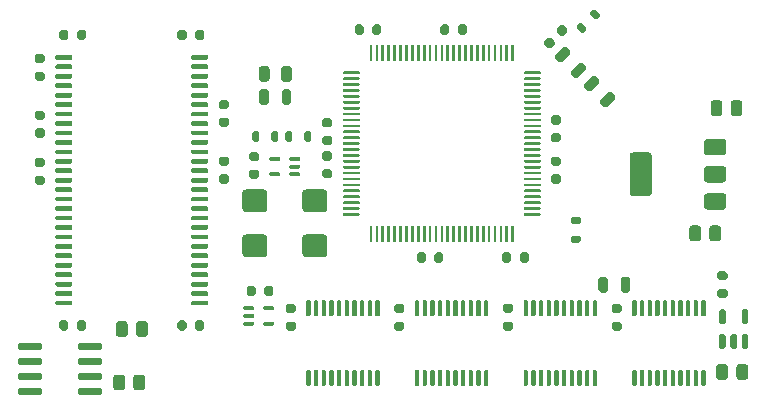
<source format=gtp>
G04 #@! TF.GenerationSoftware,KiCad,Pcbnew,(5.1.10-1-10_14)*
G04 #@! TF.CreationDate,2021-05-31T18:25:56-04:00*
G04 #@! TF.ProjectId,RAM2GS,52414d32-4753-42e6-9b69-6361645f7063,2.0*
G04 #@! TF.SameCoordinates,Original*
G04 #@! TF.FileFunction,Paste,Top*
G04 #@! TF.FilePolarity,Positive*
%FSLAX46Y46*%
G04 Gerber Fmt 4.6, Leading zero omitted, Abs format (unit mm)*
G04 Created by KiCad (PCBNEW (5.1.10-1-10_14)) date 2021-05-31 18:25:56*
%MOMM*%
%LPD*%
G01*
G04 APERTURE LIST*
G04 APERTURE END LIST*
G36*
G01*
X94418907Y-100474039D02*
X94075961Y-100131093D01*
G75*
G02*
X94075961Y-99858857I136118J136118D01*
G01*
X94348197Y-99586621D01*
G75*
G02*
X94620433Y-99586621I136118J-136118D01*
G01*
X94963379Y-99929567D01*
G75*
G02*
X94963379Y-100201803I-136118J-136118D01*
G01*
X94691143Y-100474039D01*
G75*
G02*
X94418907Y-100474039I-136118J136118D01*
G01*
G37*
G36*
G01*
X95479567Y-99413379D02*
X95136621Y-99070433D01*
G75*
G02*
X95136621Y-98798197I136118J136118D01*
G01*
X95408857Y-98525961D01*
G75*
G02*
X95681093Y-98525961I136118J-136118D01*
G01*
X96024039Y-98868907D01*
G75*
G02*
X96024039Y-99141143I-136118J-136118D01*
G01*
X95751803Y-99413379D01*
G75*
G02*
X95479567Y-99413379I-136118J136118D01*
G01*
G37*
G36*
G01*
X98348007Y-98040901D02*
X97959099Y-97651993D01*
G75*
G02*
X97959099Y-97439861I106066J106066D01*
G01*
X98171231Y-97227729D01*
G75*
G02*
X98383363Y-97227729I106066J-106066D01*
G01*
X98772271Y-97616637D01*
G75*
G02*
X98772271Y-97828769I-106066J-106066D01*
G01*
X98560139Y-98040901D01*
G75*
G02*
X98348007Y-98040901I-106066J106066D01*
G01*
G37*
G36*
G01*
X97216637Y-99172271D02*
X96827729Y-98783363D01*
G75*
G02*
X96827729Y-98571231I106066J106066D01*
G01*
X97039861Y-98359099D01*
G75*
G02*
X97251993Y-98359099I106066J-106066D01*
G01*
X97640901Y-98748007D01*
G75*
G02*
X97640901Y-98960139I-106066J-106066D01*
G01*
X97428769Y-99172271D01*
G75*
G02*
X97216637Y-99172271I-106066J106066D01*
G01*
G37*
G36*
G01*
X71850000Y-105075000D02*
X71850000Y-104125000D01*
G75*
G02*
X72050000Y-103925000I200000J0D01*
G01*
X72450000Y-103925000D01*
G75*
G02*
X72650000Y-104125000I0J-200000D01*
G01*
X72650000Y-105075000D01*
G75*
G02*
X72450000Y-105275000I-200000J0D01*
G01*
X72050000Y-105275000D01*
G75*
G02*
X71850000Y-105075000I0J200000D01*
G01*
G37*
G36*
G01*
X69950000Y-105075000D02*
X69950000Y-104125000D01*
G75*
G02*
X70150000Y-103925000I200000J0D01*
G01*
X70550000Y-103925000D01*
G75*
G02*
X70750000Y-104125000I0J-200000D01*
G01*
X70750000Y-105075000D01*
G75*
G02*
X70550000Y-105275000I-200000J0D01*
G01*
X70150000Y-105275000D01*
G75*
G02*
X69950000Y-105075000I0J200000D01*
G01*
G37*
G36*
G01*
X70811900Y-102212800D02*
X70811900Y-103087200D01*
G75*
G02*
X70587200Y-103311900I-224700J0D01*
G01*
X70137800Y-103311900D01*
G75*
G02*
X69913100Y-103087200I0J224700D01*
G01*
X69913100Y-102212800D01*
G75*
G02*
X70137800Y-101988100I224700J0D01*
G01*
X70587200Y-101988100D01*
G75*
G02*
X70811900Y-102212800I0J-224700D01*
G01*
G37*
G36*
G01*
X72686900Y-102212800D02*
X72686900Y-103087200D01*
G75*
G02*
X72462200Y-103311900I-224700J0D01*
G01*
X72012800Y-103311900D01*
G75*
G02*
X71788100Y-103087200I0J224700D01*
G01*
X71788100Y-102212800D01*
G75*
G02*
X72012800Y-101988100I224700J0D01*
G01*
X72462200Y-101988100D01*
G75*
G02*
X72686900Y-102212800I0J-224700D01*
G01*
G37*
G36*
G01*
X71550000Y-107675000D02*
X71550000Y-108225000D01*
G75*
G02*
X71400000Y-108375000I-150000J0D01*
G01*
X71100000Y-108375000D01*
G75*
G02*
X70950000Y-108225000I0J150000D01*
G01*
X70950000Y-107675000D01*
G75*
G02*
X71100000Y-107525000I150000J0D01*
G01*
X71400000Y-107525000D01*
G75*
G02*
X71550000Y-107675000I0J-150000D01*
G01*
G37*
G36*
G01*
X69950000Y-107675000D02*
X69950000Y-108225000D01*
G75*
G02*
X69800000Y-108375000I-150000J0D01*
G01*
X69500000Y-108375000D01*
G75*
G02*
X69350000Y-108225000I0J150000D01*
G01*
X69350000Y-107675000D01*
G75*
G02*
X69500000Y-107525000I150000J0D01*
G01*
X69800000Y-107525000D01*
G75*
G02*
X69950000Y-107675000I0J-150000D01*
G01*
G37*
G36*
G01*
X73750000Y-108225000D02*
X73750000Y-107675000D01*
G75*
G02*
X73900000Y-107525000I150000J0D01*
G01*
X74200000Y-107525000D01*
G75*
G02*
X74350000Y-107675000I0J-150000D01*
G01*
X74350000Y-108225000D01*
G75*
G02*
X74200000Y-108375000I-150000J0D01*
G01*
X73900000Y-108375000D01*
G75*
G02*
X73750000Y-108225000I0J150000D01*
G01*
G37*
G36*
G01*
X72150000Y-108225000D02*
X72150000Y-107675000D01*
G75*
G02*
X72300000Y-107525000I150000J0D01*
G01*
X72600000Y-107525000D01*
G75*
G02*
X72750000Y-107675000I0J-150000D01*
G01*
X72750000Y-108225000D01*
G75*
G02*
X72600000Y-108375000I-150000J0D01*
G01*
X72300000Y-108375000D01*
G75*
G02*
X72150000Y-108225000I0J150000D01*
G01*
G37*
G36*
G01*
X54588000Y-125892500D02*
X54588000Y-125567500D01*
G75*
G02*
X54750500Y-125405000I162500J0D01*
G01*
X56475500Y-125405000D01*
G75*
G02*
X56638000Y-125567500I0J-162500D01*
G01*
X56638000Y-125892500D01*
G75*
G02*
X56475500Y-126055000I-162500J0D01*
G01*
X54750500Y-126055000D01*
G75*
G02*
X54588000Y-125892500I0J162500D01*
G01*
G37*
G36*
G01*
X54588000Y-127162500D02*
X54588000Y-126837500D01*
G75*
G02*
X54750500Y-126675000I162500J0D01*
G01*
X56475500Y-126675000D01*
G75*
G02*
X56638000Y-126837500I0J-162500D01*
G01*
X56638000Y-127162500D01*
G75*
G02*
X56475500Y-127325000I-162500J0D01*
G01*
X54750500Y-127325000D01*
G75*
G02*
X54588000Y-127162500I0J162500D01*
G01*
G37*
G36*
G01*
X54588000Y-128432500D02*
X54588000Y-128107500D01*
G75*
G02*
X54750500Y-127945000I162500J0D01*
G01*
X56475500Y-127945000D01*
G75*
G02*
X56638000Y-128107500I0J-162500D01*
G01*
X56638000Y-128432500D01*
G75*
G02*
X56475500Y-128595000I-162500J0D01*
G01*
X54750500Y-128595000D01*
G75*
G02*
X54588000Y-128432500I0J162500D01*
G01*
G37*
G36*
G01*
X54588000Y-129702500D02*
X54588000Y-129377500D01*
G75*
G02*
X54750500Y-129215000I162500J0D01*
G01*
X56475500Y-129215000D01*
G75*
G02*
X56638000Y-129377500I0J-162500D01*
G01*
X56638000Y-129702500D01*
G75*
G02*
X56475500Y-129865000I-162500J0D01*
G01*
X54750500Y-129865000D01*
G75*
G02*
X54588000Y-129702500I0J162500D01*
G01*
G37*
G36*
G01*
X49534000Y-129702500D02*
X49534000Y-129377500D01*
G75*
G02*
X49696500Y-129215000I162500J0D01*
G01*
X51421500Y-129215000D01*
G75*
G02*
X51584000Y-129377500I0J-162500D01*
G01*
X51584000Y-129702500D01*
G75*
G02*
X51421500Y-129865000I-162500J0D01*
G01*
X49696500Y-129865000D01*
G75*
G02*
X49534000Y-129702500I0J162500D01*
G01*
G37*
G36*
G01*
X49534000Y-128432500D02*
X49534000Y-128107500D01*
G75*
G02*
X49696500Y-127945000I162500J0D01*
G01*
X51421500Y-127945000D01*
G75*
G02*
X51584000Y-128107500I0J-162500D01*
G01*
X51584000Y-128432500D01*
G75*
G02*
X51421500Y-128595000I-162500J0D01*
G01*
X49696500Y-128595000D01*
G75*
G02*
X49534000Y-128432500I0J162500D01*
G01*
G37*
G36*
G01*
X49534000Y-127162500D02*
X49534000Y-126837500D01*
G75*
G02*
X49696500Y-126675000I162500J0D01*
G01*
X51421500Y-126675000D01*
G75*
G02*
X51584000Y-126837500I0J-162500D01*
G01*
X51584000Y-127162500D01*
G75*
G02*
X51421500Y-127325000I-162500J0D01*
G01*
X49696500Y-127325000D01*
G75*
G02*
X49534000Y-127162500I0J162500D01*
G01*
G37*
G36*
G01*
X49534000Y-125892500D02*
X49534000Y-125567500D01*
G75*
G02*
X49696500Y-125405000I162500J0D01*
G01*
X51421500Y-125405000D01*
G75*
G02*
X51584000Y-125567500I0J-162500D01*
G01*
X51584000Y-125892500D01*
G75*
G02*
X51421500Y-126055000I-162500J0D01*
G01*
X49696500Y-126055000D01*
G75*
G02*
X49534000Y-125892500I0J162500D01*
G01*
G37*
G36*
G01*
X79457500Y-116915000D02*
X79342500Y-116915000D01*
G75*
G02*
X79285000Y-116857500I0J57500D01*
G01*
X79285000Y-115567500D01*
G75*
G02*
X79342500Y-115510000I57500J0D01*
G01*
X79457500Y-115510000D01*
G75*
G02*
X79515000Y-115567500I0J-57500D01*
G01*
X79515000Y-116857500D01*
G75*
G02*
X79457500Y-116915000I-57500J0D01*
G01*
G37*
G36*
G01*
X79957500Y-116915000D02*
X79842500Y-116915000D01*
G75*
G02*
X79785000Y-116857500I0J57500D01*
G01*
X79785000Y-115567500D01*
G75*
G02*
X79842500Y-115510000I57500J0D01*
G01*
X79957500Y-115510000D01*
G75*
G02*
X80015000Y-115567500I0J-57500D01*
G01*
X80015000Y-116857500D01*
G75*
G02*
X79957500Y-116915000I-57500J0D01*
G01*
G37*
G36*
G01*
X80457500Y-116915000D02*
X80342500Y-116915000D01*
G75*
G02*
X80285000Y-116857500I0J57500D01*
G01*
X80285000Y-115567500D01*
G75*
G02*
X80342500Y-115510000I57500J0D01*
G01*
X80457500Y-115510000D01*
G75*
G02*
X80515000Y-115567500I0J-57500D01*
G01*
X80515000Y-116857500D01*
G75*
G02*
X80457500Y-116915000I-57500J0D01*
G01*
G37*
G36*
G01*
X80957500Y-116915000D02*
X80842500Y-116915000D01*
G75*
G02*
X80785000Y-116857500I0J57500D01*
G01*
X80785000Y-115567500D01*
G75*
G02*
X80842500Y-115510000I57500J0D01*
G01*
X80957500Y-115510000D01*
G75*
G02*
X81015000Y-115567500I0J-57500D01*
G01*
X81015000Y-116857500D01*
G75*
G02*
X80957500Y-116915000I-57500J0D01*
G01*
G37*
G36*
G01*
X81457500Y-116915000D02*
X81342500Y-116915000D01*
G75*
G02*
X81285000Y-116857500I0J57500D01*
G01*
X81285000Y-115567500D01*
G75*
G02*
X81342500Y-115510000I57500J0D01*
G01*
X81457500Y-115510000D01*
G75*
G02*
X81515000Y-115567500I0J-57500D01*
G01*
X81515000Y-116857500D01*
G75*
G02*
X81457500Y-116915000I-57500J0D01*
G01*
G37*
G36*
G01*
X81957500Y-116915000D02*
X81842500Y-116915000D01*
G75*
G02*
X81785000Y-116857500I0J57500D01*
G01*
X81785000Y-115567500D01*
G75*
G02*
X81842500Y-115510000I57500J0D01*
G01*
X81957500Y-115510000D01*
G75*
G02*
X82015000Y-115567500I0J-57500D01*
G01*
X82015000Y-116857500D01*
G75*
G02*
X81957500Y-116915000I-57500J0D01*
G01*
G37*
G36*
G01*
X82457500Y-116915000D02*
X82342500Y-116915000D01*
G75*
G02*
X82285000Y-116857500I0J57500D01*
G01*
X82285000Y-115567500D01*
G75*
G02*
X82342500Y-115510000I57500J0D01*
G01*
X82457500Y-115510000D01*
G75*
G02*
X82515000Y-115567500I0J-57500D01*
G01*
X82515000Y-116857500D01*
G75*
G02*
X82457500Y-116915000I-57500J0D01*
G01*
G37*
G36*
G01*
X82957500Y-116915000D02*
X82842500Y-116915000D01*
G75*
G02*
X82785000Y-116857500I0J57500D01*
G01*
X82785000Y-115567500D01*
G75*
G02*
X82842500Y-115510000I57500J0D01*
G01*
X82957500Y-115510000D01*
G75*
G02*
X83015000Y-115567500I0J-57500D01*
G01*
X83015000Y-116857500D01*
G75*
G02*
X82957500Y-116915000I-57500J0D01*
G01*
G37*
G36*
G01*
X83457500Y-116915000D02*
X83342500Y-116915000D01*
G75*
G02*
X83285000Y-116857500I0J57500D01*
G01*
X83285000Y-115567500D01*
G75*
G02*
X83342500Y-115510000I57500J0D01*
G01*
X83457500Y-115510000D01*
G75*
G02*
X83515000Y-115567500I0J-57500D01*
G01*
X83515000Y-116857500D01*
G75*
G02*
X83457500Y-116915000I-57500J0D01*
G01*
G37*
G36*
G01*
X83957500Y-116915000D02*
X83842500Y-116915000D01*
G75*
G02*
X83785000Y-116857500I0J57500D01*
G01*
X83785000Y-115567500D01*
G75*
G02*
X83842500Y-115510000I57500J0D01*
G01*
X83957500Y-115510000D01*
G75*
G02*
X84015000Y-115567500I0J-57500D01*
G01*
X84015000Y-116857500D01*
G75*
G02*
X83957500Y-116915000I-57500J0D01*
G01*
G37*
G36*
G01*
X84457500Y-116915000D02*
X84342500Y-116915000D01*
G75*
G02*
X84285000Y-116857500I0J57500D01*
G01*
X84285000Y-115567500D01*
G75*
G02*
X84342500Y-115510000I57500J0D01*
G01*
X84457500Y-115510000D01*
G75*
G02*
X84515000Y-115567500I0J-57500D01*
G01*
X84515000Y-116857500D01*
G75*
G02*
X84457500Y-116915000I-57500J0D01*
G01*
G37*
G36*
G01*
X84957500Y-116915000D02*
X84842500Y-116915000D01*
G75*
G02*
X84785000Y-116857500I0J57500D01*
G01*
X84785000Y-115567500D01*
G75*
G02*
X84842500Y-115510000I57500J0D01*
G01*
X84957500Y-115510000D01*
G75*
G02*
X85015000Y-115567500I0J-57500D01*
G01*
X85015000Y-116857500D01*
G75*
G02*
X84957500Y-116915000I-57500J0D01*
G01*
G37*
G36*
G01*
X85457500Y-116915000D02*
X85342500Y-116915000D01*
G75*
G02*
X85285000Y-116857500I0J57500D01*
G01*
X85285000Y-115567500D01*
G75*
G02*
X85342500Y-115510000I57500J0D01*
G01*
X85457500Y-115510000D01*
G75*
G02*
X85515000Y-115567500I0J-57500D01*
G01*
X85515000Y-116857500D01*
G75*
G02*
X85457500Y-116915000I-57500J0D01*
G01*
G37*
G36*
G01*
X85957500Y-116915000D02*
X85842500Y-116915000D01*
G75*
G02*
X85785000Y-116857500I0J57500D01*
G01*
X85785000Y-115567500D01*
G75*
G02*
X85842500Y-115510000I57500J0D01*
G01*
X85957500Y-115510000D01*
G75*
G02*
X86015000Y-115567500I0J-57500D01*
G01*
X86015000Y-116857500D01*
G75*
G02*
X85957500Y-116915000I-57500J0D01*
G01*
G37*
G36*
G01*
X86457500Y-116915000D02*
X86342500Y-116915000D01*
G75*
G02*
X86285000Y-116857500I0J57500D01*
G01*
X86285000Y-115567500D01*
G75*
G02*
X86342500Y-115510000I57500J0D01*
G01*
X86457500Y-115510000D01*
G75*
G02*
X86515000Y-115567500I0J-57500D01*
G01*
X86515000Y-116857500D01*
G75*
G02*
X86457500Y-116915000I-57500J0D01*
G01*
G37*
G36*
G01*
X86957500Y-116915000D02*
X86842500Y-116915000D01*
G75*
G02*
X86785000Y-116857500I0J57500D01*
G01*
X86785000Y-115567500D01*
G75*
G02*
X86842500Y-115510000I57500J0D01*
G01*
X86957500Y-115510000D01*
G75*
G02*
X87015000Y-115567500I0J-57500D01*
G01*
X87015000Y-116857500D01*
G75*
G02*
X86957500Y-116915000I-57500J0D01*
G01*
G37*
G36*
G01*
X87457500Y-116915000D02*
X87342500Y-116915000D01*
G75*
G02*
X87285000Y-116857500I0J57500D01*
G01*
X87285000Y-115567500D01*
G75*
G02*
X87342500Y-115510000I57500J0D01*
G01*
X87457500Y-115510000D01*
G75*
G02*
X87515000Y-115567500I0J-57500D01*
G01*
X87515000Y-116857500D01*
G75*
G02*
X87457500Y-116915000I-57500J0D01*
G01*
G37*
G36*
G01*
X87957500Y-116915000D02*
X87842500Y-116915000D01*
G75*
G02*
X87785000Y-116857500I0J57500D01*
G01*
X87785000Y-115567500D01*
G75*
G02*
X87842500Y-115510000I57500J0D01*
G01*
X87957500Y-115510000D01*
G75*
G02*
X88015000Y-115567500I0J-57500D01*
G01*
X88015000Y-116857500D01*
G75*
G02*
X87957500Y-116915000I-57500J0D01*
G01*
G37*
G36*
G01*
X88457500Y-116915000D02*
X88342500Y-116915000D01*
G75*
G02*
X88285000Y-116857500I0J57500D01*
G01*
X88285000Y-115567500D01*
G75*
G02*
X88342500Y-115510000I57500J0D01*
G01*
X88457500Y-115510000D01*
G75*
G02*
X88515000Y-115567500I0J-57500D01*
G01*
X88515000Y-116857500D01*
G75*
G02*
X88457500Y-116915000I-57500J0D01*
G01*
G37*
G36*
G01*
X88957500Y-116915000D02*
X88842500Y-116915000D01*
G75*
G02*
X88785000Y-116857500I0J57500D01*
G01*
X88785000Y-115567500D01*
G75*
G02*
X88842500Y-115510000I57500J0D01*
G01*
X88957500Y-115510000D01*
G75*
G02*
X89015000Y-115567500I0J-57500D01*
G01*
X89015000Y-116857500D01*
G75*
G02*
X88957500Y-116915000I-57500J0D01*
G01*
G37*
G36*
G01*
X89457500Y-116915000D02*
X89342500Y-116915000D01*
G75*
G02*
X89285000Y-116857500I0J57500D01*
G01*
X89285000Y-115567500D01*
G75*
G02*
X89342500Y-115510000I57500J0D01*
G01*
X89457500Y-115510000D01*
G75*
G02*
X89515000Y-115567500I0J-57500D01*
G01*
X89515000Y-116857500D01*
G75*
G02*
X89457500Y-116915000I-57500J0D01*
G01*
G37*
G36*
G01*
X89957500Y-116915000D02*
X89842500Y-116915000D01*
G75*
G02*
X89785000Y-116857500I0J57500D01*
G01*
X89785000Y-115567500D01*
G75*
G02*
X89842500Y-115510000I57500J0D01*
G01*
X89957500Y-115510000D01*
G75*
G02*
X90015000Y-115567500I0J-57500D01*
G01*
X90015000Y-116857500D01*
G75*
G02*
X89957500Y-116915000I-57500J0D01*
G01*
G37*
G36*
G01*
X90457500Y-116915000D02*
X90342500Y-116915000D01*
G75*
G02*
X90285000Y-116857500I0J57500D01*
G01*
X90285000Y-115567500D01*
G75*
G02*
X90342500Y-115510000I57500J0D01*
G01*
X90457500Y-115510000D01*
G75*
G02*
X90515000Y-115567500I0J-57500D01*
G01*
X90515000Y-116857500D01*
G75*
G02*
X90457500Y-116915000I-57500J0D01*
G01*
G37*
G36*
G01*
X90957500Y-116915000D02*
X90842500Y-116915000D01*
G75*
G02*
X90785000Y-116857500I0J57500D01*
G01*
X90785000Y-115567500D01*
G75*
G02*
X90842500Y-115510000I57500J0D01*
G01*
X90957500Y-115510000D01*
G75*
G02*
X91015000Y-115567500I0J-57500D01*
G01*
X91015000Y-116857500D01*
G75*
G02*
X90957500Y-116915000I-57500J0D01*
G01*
G37*
G36*
G01*
X91457500Y-116915000D02*
X91342500Y-116915000D01*
G75*
G02*
X91285000Y-116857500I0J57500D01*
G01*
X91285000Y-115567500D01*
G75*
G02*
X91342500Y-115510000I57500J0D01*
G01*
X91457500Y-115510000D01*
G75*
G02*
X91515000Y-115567500I0J-57500D01*
G01*
X91515000Y-116857500D01*
G75*
G02*
X91457500Y-116915000I-57500J0D01*
G01*
G37*
G36*
G01*
X93707500Y-114665000D02*
X92417500Y-114665000D01*
G75*
G02*
X92360000Y-114607500I0J57500D01*
G01*
X92360000Y-114492500D01*
G75*
G02*
X92417500Y-114435000I57500J0D01*
G01*
X93707500Y-114435000D01*
G75*
G02*
X93765000Y-114492500I0J-57500D01*
G01*
X93765000Y-114607500D01*
G75*
G02*
X93707500Y-114665000I-57500J0D01*
G01*
G37*
G36*
G01*
X93707500Y-114165000D02*
X92417500Y-114165000D01*
G75*
G02*
X92360000Y-114107500I0J57500D01*
G01*
X92360000Y-113992500D01*
G75*
G02*
X92417500Y-113935000I57500J0D01*
G01*
X93707500Y-113935000D01*
G75*
G02*
X93765000Y-113992500I0J-57500D01*
G01*
X93765000Y-114107500D01*
G75*
G02*
X93707500Y-114165000I-57500J0D01*
G01*
G37*
G36*
G01*
X93707500Y-113665000D02*
X92417500Y-113665000D01*
G75*
G02*
X92360000Y-113607500I0J57500D01*
G01*
X92360000Y-113492500D01*
G75*
G02*
X92417500Y-113435000I57500J0D01*
G01*
X93707500Y-113435000D01*
G75*
G02*
X93765000Y-113492500I0J-57500D01*
G01*
X93765000Y-113607500D01*
G75*
G02*
X93707500Y-113665000I-57500J0D01*
G01*
G37*
G36*
G01*
X93707500Y-113165000D02*
X92417500Y-113165000D01*
G75*
G02*
X92360000Y-113107500I0J57500D01*
G01*
X92360000Y-112992500D01*
G75*
G02*
X92417500Y-112935000I57500J0D01*
G01*
X93707500Y-112935000D01*
G75*
G02*
X93765000Y-112992500I0J-57500D01*
G01*
X93765000Y-113107500D01*
G75*
G02*
X93707500Y-113165000I-57500J0D01*
G01*
G37*
G36*
G01*
X93707500Y-112665000D02*
X92417500Y-112665000D01*
G75*
G02*
X92360000Y-112607500I0J57500D01*
G01*
X92360000Y-112492500D01*
G75*
G02*
X92417500Y-112435000I57500J0D01*
G01*
X93707500Y-112435000D01*
G75*
G02*
X93765000Y-112492500I0J-57500D01*
G01*
X93765000Y-112607500D01*
G75*
G02*
X93707500Y-112665000I-57500J0D01*
G01*
G37*
G36*
G01*
X93707500Y-112165000D02*
X92417500Y-112165000D01*
G75*
G02*
X92360000Y-112107500I0J57500D01*
G01*
X92360000Y-111992500D01*
G75*
G02*
X92417500Y-111935000I57500J0D01*
G01*
X93707500Y-111935000D01*
G75*
G02*
X93765000Y-111992500I0J-57500D01*
G01*
X93765000Y-112107500D01*
G75*
G02*
X93707500Y-112165000I-57500J0D01*
G01*
G37*
G36*
G01*
X93707500Y-111665000D02*
X92417500Y-111665000D01*
G75*
G02*
X92360000Y-111607500I0J57500D01*
G01*
X92360000Y-111492500D01*
G75*
G02*
X92417500Y-111435000I57500J0D01*
G01*
X93707500Y-111435000D01*
G75*
G02*
X93765000Y-111492500I0J-57500D01*
G01*
X93765000Y-111607500D01*
G75*
G02*
X93707500Y-111665000I-57500J0D01*
G01*
G37*
G36*
G01*
X93707500Y-111165000D02*
X92417500Y-111165000D01*
G75*
G02*
X92360000Y-111107500I0J57500D01*
G01*
X92360000Y-110992500D01*
G75*
G02*
X92417500Y-110935000I57500J0D01*
G01*
X93707500Y-110935000D01*
G75*
G02*
X93765000Y-110992500I0J-57500D01*
G01*
X93765000Y-111107500D01*
G75*
G02*
X93707500Y-111165000I-57500J0D01*
G01*
G37*
G36*
G01*
X93707500Y-110665000D02*
X92417500Y-110665000D01*
G75*
G02*
X92360000Y-110607500I0J57500D01*
G01*
X92360000Y-110492500D01*
G75*
G02*
X92417500Y-110435000I57500J0D01*
G01*
X93707500Y-110435000D01*
G75*
G02*
X93765000Y-110492500I0J-57500D01*
G01*
X93765000Y-110607500D01*
G75*
G02*
X93707500Y-110665000I-57500J0D01*
G01*
G37*
G36*
G01*
X93707500Y-110165000D02*
X92417500Y-110165000D01*
G75*
G02*
X92360000Y-110107500I0J57500D01*
G01*
X92360000Y-109992500D01*
G75*
G02*
X92417500Y-109935000I57500J0D01*
G01*
X93707500Y-109935000D01*
G75*
G02*
X93765000Y-109992500I0J-57500D01*
G01*
X93765000Y-110107500D01*
G75*
G02*
X93707500Y-110165000I-57500J0D01*
G01*
G37*
G36*
G01*
X93707500Y-109665000D02*
X92417500Y-109665000D01*
G75*
G02*
X92360000Y-109607500I0J57500D01*
G01*
X92360000Y-109492500D01*
G75*
G02*
X92417500Y-109435000I57500J0D01*
G01*
X93707500Y-109435000D01*
G75*
G02*
X93765000Y-109492500I0J-57500D01*
G01*
X93765000Y-109607500D01*
G75*
G02*
X93707500Y-109665000I-57500J0D01*
G01*
G37*
G36*
G01*
X93707500Y-109165000D02*
X92417500Y-109165000D01*
G75*
G02*
X92360000Y-109107500I0J57500D01*
G01*
X92360000Y-108992500D01*
G75*
G02*
X92417500Y-108935000I57500J0D01*
G01*
X93707500Y-108935000D01*
G75*
G02*
X93765000Y-108992500I0J-57500D01*
G01*
X93765000Y-109107500D01*
G75*
G02*
X93707500Y-109165000I-57500J0D01*
G01*
G37*
G36*
G01*
X93707500Y-108665000D02*
X92417500Y-108665000D01*
G75*
G02*
X92360000Y-108607500I0J57500D01*
G01*
X92360000Y-108492500D01*
G75*
G02*
X92417500Y-108435000I57500J0D01*
G01*
X93707500Y-108435000D01*
G75*
G02*
X93765000Y-108492500I0J-57500D01*
G01*
X93765000Y-108607500D01*
G75*
G02*
X93707500Y-108665000I-57500J0D01*
G01*
G37*
G36*
G01*
X93707500Y-108165000D02*
X92417500Y-108165000D01*
G75*
G02*
X92360000Y-108107500I0J57500D01*
G01*
X92360000Y-107992500D01*
G75*
G02*
X92417500Y-107935000I57500J0D01*
G01*
X93707500Y-107935000D01*
G75*
G02*
X93765000Y-107992500I0J-57500D01*
G01*
X93765000Y-108107500D01*
G75*
G02*
X93707500Y-108165000I-57500J0D01*
G01*
G37*
G36*
G01*
X93707500Y-107665000D02*
X92417500Y-107665000D01*
G75*
G02*
X92360000Y-107607500I0J57500D01*
G01*
X92360000Y-107492500D01*
G75*
G02*
X92417500Y-107435000I57500J0D01*
G01*
X93707500Y-107435000D01*
G75*
G02*
X93765000Y-107492500I0J-57500D01*
G01*
X93765000Y-107607500D01*
G75*
G02*
X93707500Y-107665000I-57500J0D01*
G01*
G37*
G36*
G01*
X93707500Y-107165000D02*
X92417500Y-107165000D01*
G75*
G02*
X92360000Y-107107500I0J57500D01*
G01*
X92360000Y-106992500D01*
G75*
G02*
X92417500Y-106935000I57500J0D01*
G01*
X93707500Y-106935000D01*
G75*
G02*
X93765000Y-106992500I0J-57500D01*
G01*
X93765000Y-107107500D01*
G75*
G02*
X93707500Y-107165000I-57500J0D01*
G01*
G37*
G36*
G01*
X93707500Y-106665000D02*
X92417500Y-106665000D01*
G75*
G02*
X92360000Y-106607500I0J57500D01*
G01*
X92360000Y-106492500D01*
G75*
G02*
X92417500Y-106435000I57500J0D01*
G01*
X93707500Y-106435000D01*
G75*
G02*
X93765000Y-106492500I0J-57500D01*
G01*
X93765000Y-106607500D01*
G75*
G02*
X93707500Y-106665000I-57500J0D01*
G01*
G37*
G36*
G01*
X93707500Y-106165000D02*
X92417500Y-106165000D01*
G75*
G02*
X92360000Y-106107500I0J57500D01*
G01*
X92360000Y-105992500D01*
G75*
G02*
X92417500Y-105935000I57500J0D01*
G01*
X93707500Y-105935000D01*
G75*
G02*
X93765000Y-105992500I0J-57500D01*
G01*
X93765000Y-106107500D01*
G75*
G02*
X93707500Y-106165000I-57500J0D01*
G01*
G37*
G36*
G01*
X93707500Y-105665000D02*
X92417500Y-105665000D01*
G75*
G02*
X92360000Y-105607500I0J57500D01*
G01*
X92360000Y-105492500D01*
G75*
G02*
X92417500Y-105435000I57500J0D01*
G01*
X93707500Y-105435000D01*
G75*
G02*
X93765000Y-105492500I0J-57500D01*
G01*
X93765000Y-105607500D01*
G75*
G02*
X93707500Y-105665000I-57500J0D01*
G01*
G37*
G36*
G01*
X93707500Y-105165000D02*
X92417500Y-105165000D01*
G75*
G02*
X92360000Y-105107500I0J57500D01*
G01*
X92360000Y-104992500D01*
G75*
G02*
X92417500Y-104935000I57500J0D01*
G01*
X93707500Y-104935000D01*
G75*
G02*
X93765000Y-104992500I0J-57500D01*
G01*
X93765000Y-105107500D01*
G75*
G02*
X93707500Y-105165000I-57500J0D01*
G01*
G37*
G36*
G01*
X93707500Y-104665000D02*
X92417500Y-104665000D01*
G75*
G02*
X92360000Y-104607500I0J57500D01*
G01*
X92360000Y-104492500D01*
G75*
G02*
X92417500Y-104435000I57500J0D01*
G01*
X93707500Y-104435000D01*
G75*
G02*
X93765000Y-104492500I0J-57500D01*
G01*
X93765000Y-104607500D01*
G75*
G02*
X93707500Y-104665000I-57500J0D01*
G01*
G37*
G36*
G01*
X93707500Y-104165000D02*
X92417500Y-104165000D01*
G75*
G02*
X92360000Y-104107500I0J57500D01*
G01*
X92360000Y-103992500D01*
G75*
G02*
X92417500Y-103935000I57500J0D01*
G01*
X93707500Y-103935000D01*
G75*
G02*
X93765000Y-103992500I0J-57500D01*
G01*
X93765000Y-104107500D01*
G75*
G02*
X93707500Y-104165000I-57500J0D01*
G01*
G37*
G36*
G01*
X93707500Y-103665000D02*
X92417500Y-103665000D01*
G75*
G02*
X92360000Y-103607500I0J57500D01*
G01*
X92360000Y-103492500D01*
G75*
G02*
X92417500Y-103435000I57500J0D01*
G01*
X93707500Y-103435000D01*
G75*
G02*
X93765000Y-103492500I0J-57500D01*
G01*
X93765000Y-103607500D01*
G75*
G02*
X93707500Y-103665000I-57500J0D01*
G01*
G37*
G36*
G01*
X93707500Y-103165000D02*
X92417500Y-103165000D01*
G75*
G02*
X92360000Y-103107500I0J57500D01*
G01*
X92360000Y-102992500D01*
G75*
G02*
X92417500Y-102935000I57500J0D01*
G01*
X93707500Y-102935000D01*
G75*
G02*
X93765000Y-102992500I0J-57500D01*
G01*
X93765000Y-103107500D01*
G75*
G02*
X93707500Y-103165000I-57500J0D01*
G01*
G37*
G36*
G01*
X93707500Y-102665000D02*
X92417500Y-102665000D01*
G75*
G02*
X92360000Y-102607500I0J57500D01*
G01*
X92360000Y-102492500D01*
G75*
G02*
X92417500Y-102435000I57500J0D01*
G01*
X93707500Y-102435000D01*
G75*
G02*
X93765000Y-102492500I0J-57500D01*
G01*
X93765000Y-102607500D01*
G75*
G02*
X93707500Y-102665000I-57500J0D01*
G01*
G37*
G36*
G01*
X91457500Y-101590000D02*
X91342500Y-101590000D01*
G75*
G02*
X91285000Y-101532500I0J57500D01*
G01*
X91285000Y-100242500D01*
G75*
G02*
X91342500Y-100185000I57500J0D01*
G01*
X91457500Y-100185000D01*
G75*
G02*
X91515000Y-100242500I0J-57500D01*
G01*
X91515000Y-101532500D01*
G75*
G02*
X91457500Y-101590000I-57500J0D01*
G01*
G37*
G36*
G01*
X90957500Y-101590000D02*
X90842500Y-101590000D01*
G75*
G02*
X90785000Y-101532500I0J57500D01*
G01*
X90785000Y-100242500D01*
G75*
G02*
X90842500Y-100185000I57500J0D01*
G01*
X90957500Y-100185000D01*
G75*
G02*
X91015000Y-100242500I0J-57500D01*
G01*
X91015000Y-101532500D01*
G75*
G02*
X90957500Y-101590000I-57500J0D01*
G01*
G37*
G36*
G01*
X90457500Y-101590000D02*
X90342500Y-101590000D01*
G75*
G02*
X90285000Y-101532500I0J57500D01*
G01*
X90285000Y-100242500D01*
G75*
G02*
X90342500Y-100185000I57500J0D01*
G01*
X90457500Y-100185000D01*
G75*
G02*
X90515000Y-100242500I0J-57500D01*
G01*
X90515000Y-101532500D01*
G75*
G02*
X90457500Y-101590000I-57500J0D01*
G01*
G37*
G36*
G01*
X89957500Y-101590000D02*
X89842500Y-101590000D01*
G75*
G02*
X89785000Y-101532500I0J57500D01*
G01*
X89785000Y-100242500D01*
G75*
G02*
X89842500Y-100185000I57500J0D01*
G01*
X89957500Y-100185000D01*
G75*
G02*
X90015000Y-100242500I0J-57500D01*
G01*
X90015000Y-101532500D01*
G75*
G02*
X89957500Y-101590000I-57500J0D01*
G01*
G37*
G36*
G01*
X89457500Y-101590000D02*
X89342500Y-101590000D01*
G75*
G02*
X89285000Y-101532500I0J57500D01*
G01*
X89285000Y-100242500D01*
G75*
G02*
X89342500Y-100185000I57500J0D01*
G01*
X89457500Y-100185000D01*
G75*
G02*
X89515000Y-100242500I0J-57500D01*
G01*
X89515000Y-101532500D01*
G75*
G02*
X89457500Y-101590000I-57500J0D01*
G01*
G37*
G36*
G01*
X88957500Y-101590000D02*
X88842500Y-101590000D01*
G75*
G02*
X88785000Y-101532500I0J57500D01*
G01*
X88785000Y-100242500D01*
G75*
G02*
X88842500Y-100185000I57500J0D01*
G01*
X88957500Y-100185000D01*
G75*
G02*
X89015000Y-100242500I0J-57500D01*
G01*
X89015000Y-101532500D01*
G75*
G02*
X88957500Y-101590000I-57500J0D01*
G01*
G37*
G36*
G01*
X88457500Y-101590000D02*
X88342500Y-101590000D01*
G75*
G02*
X88285000Y-101532500I0J57500D01*
G01*
X88285000Y-100242500D01*
G75*
G02*
X88342500Y-100185000I57500J0D01*
G01*
X88457500Y-100185000D01*
G75*
G02*
X88515000Y-100242500I0J-57500D01*
G01*
X88515000Y-101532500D01*
G75*
G02*
X88457500Y-101590000I-57500J0D01*
G01*
G37*
G36*
G01*
X87957500Y-101590000D02*
X87842500Y-101590000D01*
G75*
G02*
X87785000Y-101532500I0J57500D01*
G01*
X87785000Y-100242500D01*
G75*
G02*
X87842500Y-100185000I57500J0D01*
G01*
X87957500Y-100185000D01*
G75*
G02*
X88015000Y-100242500I0J-57500D01*
G01*
X88015000Y-101532500D01*
G75*
G02*
X87957500Y-101590000I-57500J0D01*
G01*
G37*
G36*
G01*
X87457500Y-101590000D02*
X87342500Y-101590000D01*
G75*
G02*
X87285000Y-101532500I0J57500D01*
G01*
X87285000Y-100242500D01*
G75*
G02*
X87342500Y-100185000I57500J0D01*
G01*
X87457500Y-100185000D01*
G75*
G02*
X87515000Y-100242500I0J-57500D01*
G01*
X87515000Y-101532500D01*
G75*
G02*
X87457500Y-101590000I-57500J0D01*
G01*
G37*
G36*
G01*
X86957500Y-101590000D02*
X86842500Y-101590000D01*
G75*
G02*
X86785000Y-101532500I0J57500D01*
G01*
X86785000Y-100242500D01*
G75*
G02*
X86842500Y-100185000I57500J0D01*
G01*
X86957500Y-100185000D01*
G75*
G02*
X87015000Y-100242500I0J-57500D01*
G01*
X87015000Y-101532500D01*
G75*
G02*
X86957500Y-101590000I-57500J0D01*
G01*
G37*
G36*
G01*
X86457500Y-101590000D02*
X86342500Y-101590000D01*
G75*
G02*
X86285000Y-101532500I0J57500D01*
G01*
X86285000Y-100242500D01*
G75*
G02*
X86342500Y-100185000I57500J0D01*
G01*
X86457500Y-100185000D01*
G75*
G02*
X86515000Y-100242500I0J-57500D01*
G01*
X86515000Y-101532500D01*
G75*
G02*
X86457500Y-101590000I-57500J0D01*
G01*
G37*
G36*
G01*
X85957500Y-101590000D02*
X85842500Y-101590000D01*
G75*
G02*
X85785000Y-101532500I0J57500D01*
G01*
X85785000Y-100242500D01*
G75*
G02*
X85842500Y-100185000I57500J0D01*
G01*
X85957500Y-100185000D01*
G75*
G02*
X86015000Y-100242500I0J-57500D01*
G01*
X86015000Y-101532500D01*
G75*
G02*
X85957500Y-101590000I-57500J0D01*
G01*
G37*
G36*
G01*
X85457500Y-101590000D02*
X85342500Y-101590000D01*
G75*
G02*
X85285000Y-101532500I0J57500D01*
G01*
X85285000Y-100242500D01*
G75*
G02*
X85342500Y-100185000I57500J0D01*
G01*
X85457500Y-100185000D01*
G75*
G02*
X85515000Y-100242500I0J-57500D01*
G01*
X85515000Y-101532500D01*
G75*
G02*
X85457500Y-101590000I-57500J0D01*
G01*
G37*
G36*
G01*
X84957500Y-101590000D02*
X84842500Y-101590000D01*
G75*
G02*
X84785000Y-101532500I0J57500D01*
G01*
X84785000Y-100242500D01*
G75*
G02*
X84842500Y-100185000I57500J0D01*
G01*
X84957500Y-100185000D01*
G75*
G02*
X85015000Y-100242500I0J-57500D01*
G01*
X85015000Y-101532500D01*
G75*
G02*
X84957500Y-101590000I-57500J0D01*
G01*
G37*
G36*
G01*
X84457500Y-101590000D02*
X84342500Y-101590000D01*
G75*
G02*
X84285000Y-101532500I0J57500D01*
G01*
X84285000Y-100242500D01*
G75*
G02*
X84342500Y-100185000I57500J0D01*
G01*
X84457500Y-100185000D01*
G75*
G02*
X84515000Y-100242500I0J-57500D01*
G01*
X84515000Y-101532500D01*
G75*
G02*
X84457500Y-101590000I-57500J0D01*
G01*
G37*
G36*
G01*
X83957500Y-101590000D02*
X83842500Y-101590000D01*
G75*
G02*
X83785000Y-101532500I0J57500D01*
G01*
X83785000Y-100242500D01*
G75*
G02*
X83842500Y-100185000I57500J0D01*
G01*
X83957500Y-100185000D01*
G75*
G02*
X84015000Y-100242500I0J-57500D01*
G01*
X84015000Y-101532500D01*
G75*
G02*
X83957500Y-101590000I-57500J0D01*
G01*
G37*
G36*
G01*
X83457500Y-101590000D02*
X83342500Y-101590000D01*
G75*
G02*
X83285000Y-101532500I0J57500D01*
G01*
X83285000Y-100242500D01*
G75*
G02*
X83342500Y-100185000I57500J0D01*
G01*
X83457500Y-100185000D01*
G75*
G02*
X83515000Y-100242500I0J-57500D01*
G01*
X83515000Y-101532500D01*
G75*
G02*
X83457500Y-101590000I-57500J0D01*
G01*
G37*
G36*
G01*
X82957500Y-101590000D02*
X82842500Y-101590000D01*
G75*
G02*
X82785000Y-101532500I0J57500D01*
G01*
X82785000Y-100242500D01*
G75*
G02*
X82842500Y-100185000I57500J0D01*
G01*
X82957500Y-100185000D01*
G75*
G02*
X83015000Y-100242500I0J-57500D01*
G01*
X83015000Y-101532500D01*
G75*
G02*
X82957500Y-101590000I-57500J0D01*
G01*
G37*
G36*
G01*
X82457500Y-101590000D02*
X82342500Y-101590000D01*
G75*
G02*
X82285000Y-101532500I0J57500D01*
G01*
X82285000Y-100242500D01*
G75*
G02*
X82342500Y-100185000I57500J0D01*
G01*
X82457500Y-100185000D01*
G75*
G02*
X82515000Y-100242500I0J-57500D01*
G01*
X82515000Y-101532500D01*
G75*
G02*
X82457500Y-101590000I-57500J0D01*
G01*
G37*
G36*
G01*
X81957500Y-101590000D02*
X81842500Y-101590000D01*
G75*
G02*
X81785000Y-101532500I0J57500D01*
G01*
X81785000Y-100242500D01*
G75*
G02*
X81842500Y-100185000I57500J0D01*
G01*
X81957500Y-100185000D01*
G75*
G02*
X82015000Y-100242500I0J-57500D01*
G01*
X82015000Y-101532500D01*
G75*
G02*
X81957500Y-101590000I-57500J0D01*
G01*
G37*
G36*
G01*
X81457500Y-101590000D02*
X81342500Y-101590000D01*
G75*
G02*
X81285000Y-101532500I0J57500D01*
G01*
X81285000Y-100242500D01*
G75*
G02*
X81342500Y-100185000I57500J0D01*
G01*
X81457500Y-100185000D01*
G75*
G02*
X81515000Y-100242500I0J-57500D01*
G01*
X81515000Y-101532500D01*
G75*
G02*
X81457500Y-101590000I-57500J0D01*
G01*
G37*
G36*
G01*
X80957500Y-101590000D02*
X80842500Y-101590000D01*
G75*
G02*
X80785000Y-101532500I0J57500D01*
G01*
X80785000Y-100242500D01*
G75*
G02*
X80842500Y-100185000I57500J0D01*
G01*
X80957500Y-100185000D01*
G75*
G02*
X81015000Y-100242500I0J-57500D01*
G01*
X81015000Y-101532500D01*
G75*
G02*
X80957500Y-101590000I-57500J0D01*
G01*
G37*
G36*
G01*
X80457500Y-101590000D02*
X80342500Y-101590000D01*
G75*
G02*
X80285000Y-101532500I0J57500D01*
G01*
X80285000Y-100242500D01*
G75*
G02*
X80342500Y-100185000I57500J0D01*
G01*
X80457500Y-100185000D01*
G75*
G02*
X80515000Y-100242500I0J-57500D01*
G01*
X80515000Y-101532500D01*
G75*
G02*
X80457500Y-101590000I-57500J0D01*
G01*
G37*
G36*
G01*
X79957500Y-101590000D02*
X79842500Y-101590000D01*
G75*
G02*
X79785000Y-101532500I0J57500D01*
G01*
X79785000Y-100242500D01*
G75*
G02*
X79842500Y-100185000I57500J0D01*
G01*
X79957500Y-100185000D01*
G75*
G02*
X80015000Y-100242500I0J-57500D01*
G01*
X80015000Y-101532500D01*
G75*
G02*
X79957500Y-101590000I-57500J0D01*
G01*
G37*
G36*
G01*
X79457500Y-101590000D02*
X79342500Y-101590000D01*
G75*
G02*
X79285000Y-101532500I0J57500D01*
G01*
X79285000Y-100242500D01*
G75*
G02*
X79342500Y-100185000I57500J0D01*
G01*
X79457500Y-100185000D01*
G75*
G02*
X79515000Y-100242500I0J-57500D01*
G01*
X79515000Y-101532500D01*
G75*
G02*
X79457500Y-101590000I-57500J0D01*
G01*
G37*
G36*
G01*
X78382500Y-102665000D02*
X77092500Y-102665000D01*
G75*
G02*
X77035000Y-102607500I0J57500D01*
G01*
X77035000Y-102492500D01*
G75*
G02*
X77092500Y-102435000I57500J0D01*
G01*
X78382500Y-102435000D01*
G75*
G02*
X78440000Y-102492500I0J-57500D01*
G01*
X78440000Y-102607500D01*
G75*
G02*
X78382500Y-102665000I-57500J0D01*
G01*
G37*
G36*
G01*
X78382500Y-103165000D02*
X77092500Y-103165000D01*
G75*
G02*
X77035000Y-103107500I0J57500D01*
G01*
X77035000Y-102992500D01*
G75*
G02*
X77092500Y-102935000I57500J0D01*
G01*
X78382500Y-102935000D01*
G75*
G02*
X78440000Y-102992500I0J-57500D01*
G01*
X78440000Y-103107500D01*
G75*
G02*
X78382500Y-103165000I-57500J0D01*
G01*
G37*
G36*
G01*
X78382500Y-103665000D02*
X77092500Y-103665000D01*
G75*
G02*
X77035000Y-103607500I0J57500D01*
G01*
X77035000Y-103492500D01*
G75*
G02*
X77092500Y-103435000I57500J0D01*
G01*
X78382500Y-103435000D01*
G75*
G02*
X78440000Y-103492500I0J-57500D01*
G01*
X78440000Y-103607500D01*
G75*
G02*
X78382500Y-103665000I-57500J0D01*
G01*
G37*
G36*
G01*
X78382500Y-104165000D02*
X77092500Y-104165000D01*
G75*
G02*
X77035000Y-104107500I0J57500D01*
G01*
X77035000Y-103992500D01*
G75*
G02*
X77092500Y-103935000I57500J0D01*
G01*
X78382500Y-103935000D01*
G75*
G02*
X78440000Y-103992500I0J-57500D01*
G01*
X78440000Y-104107500D01*
G75*
G02*
X78382500Y-104165000I-57500J0D01*
G01*
G37*
G36*
G01*
X78382500Y-104665000D02*
X77092500Y-104665000D01*
G75*
G02*
X77035000Y-104607500I0J57500D01*
G01*
X77035000Y-104492500D01*
G75*
G02*
X77092500Y-104435000I57500J0D01*
G01*
X78382500Y-104435000D01*
G75*
G02*
X78440000Y-104492500I0J-57500D01*
G01*
X78440000Y-104607500D01*
G75*
G02*
X78382500Y-104665000I-57500J0D01*
G01*
G37*
G36*
G01*
X78382500Y-105165000D02*
X77092500Y-105165000D01*
G75*
G02*
X77035000Y-105107500I0J57500D01*
G01*
X77035000Y-104992500D01*
G75*
G02*
X77092500Y-104935000I57500J0D01*
G01*
X78382500Y-104935000D01*
G75*
G02*
X78440000Y-104992500I0J-57500D01*
G01*
X78440000Y-105107500D01*
G75*
G02*
X78382500Y-105165000I-57500J0D01*
G01*
G37*
G36*
G01*
X78382500Y-105665000D02*
X77092500Y-105665000D01*
G75*
G02*
X77035000Y-105607500I0J57500D01*
G01*
X77035000Y-105492500D01*
G75*
G02*
X77092500Y-105435000I57500J0D01*
G01*
X78382500Y-105435000D01*
G75*
G02*
X78440000Y-105492500I0J-57500D01*
G01*
X78440000Y-105607500D01*
G75*
G02*
X78382500Y-105665000I-57500J0D01*
G01*
G37*
G36*
G01*
X78382500Y-106165000D02*
X77092500Y-106165000D01*
G75*
G02*
X77035000Y-106107500I0J57500D01*
G01*
X77035000Y-105992500D01*
G75*
G02*
X77092500Y-105935000I57500J0D01*
G01*
X78382500Y-105935000D01*
G75*
G02*
X78440000Y-105992500I0J-57500D01*
G01*
X78440000Y-106107500D01*
G75*
G02*
X78382500Y-106165000I-57500J0D01*
G01*
G37*
G36*
G01*
X78382500Y-106665000D02*
X77092500Y-106665000D01*
G75*
G02*
X77035000Y-106607500I0J57500D01*
G01*
X77035000Y-106492500D01*
G75*
G02*
X77092500Y-106435000I57500J0D01*
G01*
X78382500Y-106435000D01*
G75*
G02*
X78440000Y-106492500I0J-57500D01*
G01*
X78440000Y-106607500D01*
G75*
G02*
X78382500Y-106665000I-57500J0D01*
G01*
G37*
G36*
G01*
X78382500Y-107165000D02*
X77092500Y-107165000D01*
G75*
G02*
X77035000Y-107107500I0J57500D01*
G01*
X77035000Y-106992500D01*
G75*
G02*
X77092500Y-106935000I57500J0D01*
G01*
X78382500Y-106935000D01*
G75*
G02*
X78440000Y-106992500I0J-57500D01*
G01*
X78440000Y-107107500D01*
G75*
G02*
X78382500Y-107165000I-57500J0D01*
G01*
G37*
G36*
G01*
X78382500Y-107665000D02*
X77092500Y-107665000D01*
G75*
G02*
X77035000Y-107607500I0J57500D01*
G01*
X77035000Y-107492500D01*
G75*
G02*
X77092500Y-107435000I57500J0D01*
G01*
X78382500Y-107435000D01*
G75*
G02*
X78440000Y-107492500I0J-57500D01*
G01*
X78440000Y-107607500D01*
G75*
G02*
X78382500Y-107665000I-57500J0D01*
G01*
G37*
G36*
G01*
X78382500Y-108165000D02*
X77092500Y-108165000D01*
G75*
G02*
X77035000Y-108107500I0J57500D01*
G01*
X77035000Y-107992500D01*
G75*
G02*
X77092500Y-107935000I57500J0D01*
G01*
X78382500Y-107935000D01*
G75*
G02*
X78440000Y-107992500I0J-57500D01*
G01*
X78440000Y-108107500D01*
G75*
G02*
X78382500Y-108165000I-57500J0D01*
G01*
G37*
G36*
G01*
X78382500Y-108665000D02*
X77092500Y-108665000D01*
G75*
G02*
X77035000Y-108607500I0J57500D01*
G01*
X77035000Y-108492500D01*
G75*
G02*
X77092500Y-108435000I57500J0D01*
G01*
X78382500Y-108435000D01*
G75*
G02*
X78440000Y-108492500I0J-57500D01*
G01*
X78440000Y-108607500D01*
G75*
G02*
X78382500Y-108665000I-57500J0D01*
G01*
G37*
G36*
G01*
X78382500Y-109165000D02*
X77092500Y-109165000D01*
G75*
G02*
X77035000Y-109107500I0J57500D01*
G01*
X77035000Y-108992500D01*
G75*
G02*
X77092500Y-108935000I57500J0D01*
G01*
X78382500Y-108935000D01*
G75*
G02*
X78440000Y-108992500I0J-57500D01*
G01*
X78440000Y-109107500D01*
G75*
G02*
X78382500Y-109165000I-57500J0D01*
G01*
G37*
G36*
G01*
X78382500Y-109665000D02*
X77092500Y-109665000D01*
G75*
G02*
X77035000Y-109607500I0J57500D01*
G01*
X77035000Y-109492500D01*
G75*
G02*
X77092500Y-109435000I57500J0D01*
G01*
X78382500Y-109435000D01*
G75*
G02*
X78440000Y-109492500I0J-57500D01*
G01*
X78440000Y-109607500D01*
G75*
G02*
X78382500Y-109665000I-57500J0D01*
G01*
G37*
G36*
G01*
X78382500Y-110165000D02*
X77092500Y-110165000D01*
G75*
G02*
X77035000Y-110107500I0J57500D01*
G01*
X77035000Y-109992500D01*
G75*
G02*
X77092500Y-109935000I57500J0D01*
G01*
X78382500Y-109935000D01*
G75*
G02*
X78440000Y-109992500I0J-57500D01*
G01*
X78440000Y-110107500D01*
G75*
G02*
X78382500Y-110165000I-57500J0D01*
G01*
G37*
G36*
G01*
X78382500Y-110665000D02*
X77092500Y-110665000D01*
G75*
G02*
X77035000Y-110607500I0J57500D01*
G01*
X77035000Y-110492500D01*
G75*
G02*
X77092500Y-110435000I57500J0D01*
G01*
X78382500Y-110435000D01*
G75*
G02*
X78440000Y-110492500I0J-57500D01*
G01*
X78440000Y-110607500D01*
G75*
G02*
X78382500Y-110665000I-57500J0D01*
G01*
G37*
G36*
G01*
X78382500Y-111165000D02*
X77092500Y-111165000D01*
G75*
G02*
X77035000Y-111107500I0J57500D01*
G01*
X77035000Y-110992500D01*
G75*
G02*
X77092500Y-110935000I57500J0D01*
G01*
X78382500Y-110935000D01*
G75*
G02*
X78440000Y-110992500I0J-57500D01*
G01*
X78440000Y-111107500D01*
G75*
G02*
X78382500Y-111165000I-57500J0D01*
G01*
G37*
G36*
G01*
X78382500Y-111665000D02*
X77092500Y-111665000D01*
G75*
G02*
X77035000Y-111607500I0J57500D01*
G01*
X77035000Y-111492500D01*
G75*
G02*
X77092500Y-111435000I57500J0D01*
G01*
X78382500Y-111435000D01*
G75*
G02*
X78440000Y-111492500I0J-57500D01*
G01*
X78440000Y-111607500D01*
G75*
G02*
X78382500Y-111665000I-57500J0D01*
G01*
G37*
G36*
G01*
X78382500Y-112165000D02*
X77092500Y-112165000D01*
G75*
G02*
X77035000Y-112107500I0J57500D01*
G01*
X77035000Y-111992500D01*
G75*
G02*
X77092500Y-111935000I57500J0D01*
G01*
X78382500Y-111935000D01*
G75*
G02*
X78440000Y-111992500I0J-57500D01*
G01*
X78440000Y-112107500D01*
G75*
G02*
X78382500Y-112165000I-57500J0D01*
G01*
G37*
G36*
G01*
X78382500Y-112665000D02*
X77092500Y-112665000D01*
G75*
G02*
X77035000Y-112607500I0J57500D01*
G01*
X77035000Y-112492500D01*
G75*
G02*
X77092500Y-112435000I57500J0D01*
G01*
X78382500Y-112435000D01*
G75*
G02*
X78440000Y-112492500I0J-57500D01*
G01*
X78440000Y-112607500D01*
G75*
G02*
X78382500Y-112665000I-57500J0D01*
G01*
G37*
G36*
G01*
X78382500Y-113165000D02*
X77092500Y-113165000D01*
G75*
G02*
X77035000Y-113107500I0J57500D01*
G01*
X77035000Y-112992500D01*
G75*
G02*
X77092500Y-112935000I57500J0D01*
G01*
X78382500Y-112935000D01*
G75*
G02*
X78440000Y-112992500I0J-57500D01*
G01*
X78440000Y-113107500D01*
G75*
G02*
X78382500Y-113165000I-57500J0D01*
G01*
G37*
G36*
G01*
X78382500Y-113665000D02*
X77092500Y-113665000D01*
G75*
G02*
X77035000Y-113607500I0J57500D01*
G01*
X77035000Y-113492500D01*
G75*
G02*
X77092500Y-113435000I57500J0D01*
G01*
X78382500Y-113435000D01*
G75*
G02*
X78440000Y-113492500I0J-57500D01*
G01*
X78440000Y-113607500D01*
G75*
G02*
X78382500Y-113665000I-57500J0D01*
G01*
G37*
G36*
G01*
X78382500Y-114165000D02*
X77092500Y-114165000D01*
G75*
G02*
X77035000Y-114107500I0J57500D01*
G01*
X77035000Y-113992500D01*
G75*
G02*
X77092500Y-113935000I57500J0D01*
G01*
X78382500Y-113935000D01*
G75*
G02*
X78440000Y-113992500I0J-57500D01*
G01*
X78440000Y-114107500D01*
G75*
G02*
X78382500Y-114165000I-57500J0D01*
G01*
G37*
G36*
G01*
X78382500Y-114665000D02*
X77092500Y-114665000D01*
G75*
G02*
X77035000Y-114607500I0J57500D01*
G01*
X77035000Y-114492500D01*
G75*
G02*
X77092500Y-114435000I57500J0D01*
G01*
X78382500Y-114435000D01*
G75*
G02*
X78440000Y-114492500I0J-57500D01*
G01*
X78440000Y-114607500D01*
G75*
G02*
X78382500Y-114665000I-57500J0D01*
G01*
G37*
G36*
G01*
X109487000Y-113030000D02*
X109487000Y-113870000D01*
G75*
G02*
X109207000Y-114150000I-280000J0D01*
G01*
X107867000Y-114150000D01*
G75*
G02*
X107587000Y-113870000I0J280000D01*
G01*
X107587000Y-113030000D01*
G75*
G02*
X107867000Y-112750000I280000J0D01*
G01*
X109207000Y-112750000D01*
G75*
G02*
X109487000Y-113030000I0J-280000D01*
G01*
G37*
G36*
G01*
X109487000Y-108430000D02*
X109487000Y-109270000D01*
G75*
G02*
X109207000Y-109550000I-280000J0D01*
G01*
X107867000Y-109550000D01*
G75*
G02*
X107587000Y-109270000I0J280000D01*
G01*
X107587000Y-108430000D01*
G75*
G02*
X107867000Y-108150000I280000J0D01*
G01*
X109207000Y-108150000D01*
G75*
G02*
X109487000Y-108430000I0J-280000D01*
G01*
G37*
G36*
G01*
X109487000Y-110730000D02*
X109487000Y-111570000D01*
G75*
G02*
X109207000Y-111850000I-280000J0D01*
G01*
X107867000Y-111850000D01*
G75*
G02*
X107587000Y-111570000I0J280000D01*
G01*
X107587000Y-110730000D01*
G75*
G02*
X107867000Y-110450000I280000J0D01*
G01*
X109207000Y-110450000D01*
G75*
G02*
X109487000Y-110730000I0J-280000D01*
G01*
G37*
G36*
G01*
X103187000Y-109585000D02*
X103187000Y-112715000D01*
G75*
G02*
X102902000Y-113000000I-285000J0D01*
G01*
X101572000Y-113000000D01*
G75*
G02*
X101287000Y-112715000I0J285000D01*
G01*
X101287000Y-109585000D01*
G75*
G02*
X101572000Y-109300000I285000J0D01*
G01*
X102902000Y-109300000D01*
G75*
G02*
X103187000Y-109585000I0J-285000D01*
G01*
G37*
G36*
G01*
X75942500Y-107185000D02*
X75457500Y-107185000D01*
G75*
G02*
X75265000Y-106992500I0J192500D01*
G01*
X75265000Y-106607500D01*
G75*
G02*
X75457500Y-106415000I192500J0D01*
G01*
X75942500Y-106415000D01*
G75*
G02*
X76135000Y-106607500I0J-192500D01*
G01*
X76135000Y-106992500D01*
G75*
G02*
X75942500Y-107185000I-192500J0D01*
G01*
G37*
G36*
G01*
X75942500Y-108685000D02*
X75457500Y-108685000D01*
G75*
G02*
X75265000Y-108492500I0J192500D01*
G01*
X75265000Y-108107500D01*
G75*
G02*
X75457500Y-107915000I192500J0D01*
G01*
X75942500Y-107915000D01*
G75*
G02*
X76135000Y-108107500I0J-192500D01*
G01*
X76135000Y-108492500D01*
G75*
G02*
X75942500Y-108685000I-192500J0D01*
G01*
G37*
G36*
G01*
X75457500Y-109215000D02*
X75942500Y-109215000D01*
G75*
G02*
X76135000Y-109407500I0J-192500D01*
G01*
X76135000Y-109792500D01*
G75*
G02*
X75942500Y-109985000I-192500J0D01*
G01*
X75457500Y-109985000D01*
G75*
G02*
X75265000Y-109792500I0J192500D01*
G01*
X75265000Y-109407500D01*
G75*
G02*
X75457500Y-109215000I192500J0D01*
G01*
G37*
G36*
G01*
X75457500Y-110715000D02*
X75942500Y-110715000D01*
G75*
G02*
X76135000Y-110907500I0J-192500D01*
G01*
X76135000Y-111292500D01*
G75*
G02*
X75942500Y-111485000I-192500J0D01*
G01*
X75457500Y-111485000D01*
G75*
G02*
X75265000Y-111292500I0J192500D01*
G01*
X75265000Y-110907500D01*
G75*
G02*
X75457500Y-110715000I192500J0D01*
G01*
G37*
G36*
G01*
X84765000Y-118442500D02*
X84765000Y-117957500D01*
G75*
G02*
X84957500Y-117765000I192500J0D01*
G01*
X85342500Y-117765000D01*
G75*
G02*
X85535000Y-117957500I0J-192500D01*
G01*
X85535000Y-118442500D01*
G75*
G02*
X85342500Y-118635000I-192500J0D01*
G01*
X84957500Y-118635000D01*
G75*
G02*
X84765000Y-118442500I0J192500D01*
G01*
G37*
G36*
G01*
X83265000Y-118442500D02*
X83265000Y-117957500D01*
G75*
G02*
X83457500Y-117765000I192500J0D01*
G01*
X83842500Y-117765000D01*
G75*
G02*
X84035000Y-117957500I0J-192500D01*
G01*
X84035000Y-118442500D01*
G75*
G02*
X83842500Y-118635000I-192500J0D01*
G01*
X83457500Y-118635000D01*
G75*
G02*
X83265000Y-118442500I0J192500D01*
G01*
G37*
G36*
G01*
X90515000Y-118442500D02*
X90515000Y-117957500D01*
G75*
G02*
X90707500Y-117765000I192500J0D01*
G01*
X91092500Y-117765000D01*
G75*
G02*
X91285000Y-117957500I0J-192500D01*
G01*
X91285000Y-118442500D01*
G75*
G02*
X91092500Y-118635000I-192500J0D01*
G01*
X90707500Y-118635000D01*
G75*
G02*
X90515000Y-118442500I0J192500D01*
G01*
G37*
G36*
G01*
X92015000Y-118442500D02*
X92015000Y-117957500D01*
G75*
G02*
X92207500Y-117765000I192500J0D01*
G01*
X92592500Y-117765000D01*
G75*
G02*
X92785000Y-117957500I0J-192500D01*
G01*
X92785000Y-118442500D01*
G75*
G02*
X92592500Y-118635000I-192500J0D01*
G01*
X92207500Y-118635000D01*
G75*
G02*
X92015000Y-118442500I0J192500D01*
G01*
G37*
G36*
G01*
X94807500Y-111165000D02*
X95292500Y-111165000D01*
G75*
G02*
X95485000Y-111357500I0J-192500D01*
G01*
X95485000Y-111742500D01*
G75*
G02*
X95292500Y-111935000I-192500J0D01*
G01*
X94807500Y-111935000D01*
G75*
G02*
X94615000Y-111742500I0J192500D01*
G01*
X94615000Y-111357500D01*
G75*
G02*
X94807500Y-111165000I192500J0D01*
G01*
G37*
G36*
G01*
X94807500Y-109665000D02*
X95292500Y-109665000D01*
G75*
G02*
X95485000Y-109857500I0J-192500D01*
G01*
X95485000Y-110242500D01*
G75*
G02*
X95292500Y-110435000I-192500J0D01*
G01*
X94807500Y-110435000D01*
G75*
G02*
X94615000Y-110242500I0J192500D01*
G01*
X94615000Y-109857500D01*
G75*
G02*
X94807500Y-109665000I192500J0D01*
G01*
G37*
G36*
G01*
X96353033Y-102424784D02*
X97024784Y-101753033D01*
G75*
G02*
X97307626Y-101753033I141421J-141421D01*
G01*
X97590469Y-102035876D01*
G75*
G02*
X97590469Y-102318718I-141421J-141421D01*
G01*
X96918718Y-102990469D01*
G75*
G02*
X96635876Y-102990469I-141421J141421D01*
G01*
X96353033Y-102707626D01*
G75*
G02*
X96353033Y-102424784I141421J141421D01*
G01*
G37*
G36*
G01*
X95009531Y-101081282D02*
X95681282Y-100409531D01*
G75*
G02*
X95964124Y-100409531I141421J-141421D01*
G01*
X96246967Y-100692374D01*
G75*
G02*
X96246967Y-100975216I-141421J-141421D01*
G01*
X95575216Y-101646967D01*
G75*
G02*
X95292374Y-101646967I-141421J141421D01*
G01*
X95009531Y-101364124D01*
G75*
G02*
X95009531Y-101081282I141421J141421D01*
G01*
G37*
G36*
G01*
X74192500Y-123185000D02*
X74007500Y-123185000D01*
G75*
G02*
X73915000Y-123092500I0J92500D01*
G01*
X73915000Y-121907500D01*
G75*
G02*
X74007500Y-121815000I92500J0D01*
G01*
X74192500Y-121815000D01*
G75*
G02*
X74285000Y-121907500I0J-92500D01*
G01*
X74285000Y-123092500D01*
G75*
G02*
X74192500Y-123185000I-92500J0D01*
G01*
G37*
G36*
G01*
X74842500Y-123185000D02*
X74657500Y-123185000D01*
G75*
G02*
X74565000Y-123092500I0J92500D01*
G01*
X74565000Y-121907500D01*
G75*
G02*
X74657500Y-121815000I92500J0D01*
G01*
X74842500Y-121815000D01*
G75*
G02*
X74935000Y-121907500I0J-92500D01*
G01*
X74935000Y-123092500D01*
G75*
G02*
X74842500Y-123185000I-92500J0D01*
G01*
G37*
G36*
G01*
X75492500Y-123185000D02*
X75307500Y-123185000D01*
G75*
G02*
X75215000Y-123092500I0J92500D01*
G01*
X75215000Y-121907500D01*
G75*
G02*
X75307500Y-121815000I92500J0D01*
G01*
X75492500Y-121815000D01*
G75*
G02*
X75585000Y-121907500I0J-92500D01*
G01*
X75585000Y-123092500D01*
G75*
G02*
X75492500Y-123185000I-92500J0D01*
G01*
G37*
G36*
G01*
X76142500Y-123185000D02*
X75957500Y-123185000D01*
G75*
G02*
X75865000Y-123092500I0J92500D01*
G01*
X75865000Y-121907500D01*
G75*
G02*
X75957500Y-121815000I92500J0D01*
G01*
X76142500Y-121815000D01*
G75*
G02*
X76235000Y-121907500I0J-92500D01*
G01*
X76235000Y-123092500D01*
G75*
G02*
X76142500Y-123185000I-92500J0D01*
G01*
G37*
G36*
G01*
X76792500Y-123185000D02*
X76607500Y-123185000D01*
G75*
G02*
X76515000Y-123092500I0J92500D01*
G01*
X76515000Y-121907500D01*
G75*
G02*
X76607500Y-121815000I92500J0D01*
G01*
X76792500Y-121815000D01*
G75*
G02*
X76885000Y-121907500I0J-92500D01*
G01*
X76885000Y-123092500D01*
G75*
G02*
X76792500Y-123185000I-92500J0D01*
G01*
G37*
G36*
G01*
X77442500Y-123185000D02*
X77257500Y-123185000D01*
G75*
G02*
X77165000Y-123092500I0J92500D01*
G01*
X77165000Y-121907500D01*
G75*
G02*
X77257500Y-121815000I92500J0D01*
G01*
X77442500Y-121815000D01*
G75*
G02*
X77535000Y-121907500I0J-92500D01*
G01*
X77535000Y-123092500D01*
G75*
G02*
X77442500Y-123185000I-92500J0D01*
G01*
G37*
G36*
G01*
X78092500Y-123185000D02*
X77907500Y-123185000D01*
G75*
G02*
X77815000Y-123092500I0J92500D01*
G01*
X77815000Y-121907500D01*
G75*
G02*
X77907500Y-121815000I92500J0D01*
G01*
X78092500Y-121815000D01*
G75*
G02*
X78185000Y-121907500I0J-92500D01*
G01*
X78185000Y-123092500D01*
G75*
G02*
X78092500Y-123185000I-92500J0D01*
G01*
G37*
G36*
G01*
X78742500Y-123185000D02*
X78557500Y-123185000D01*
G75*
G02*
X78465000Y-123092500I0J92500D01*
G01*
X78465000Y-121907500D01*
G75*
G02*
X78557500Y-121815000I92500J0D01*
G01*
X78742500Y-121815000D01*
G75*
G02*
X78835000Y-121907500I0J-92500D01*
G01*
X78835000Y-123092500D01*
G75*
G02*
X78742500Y-123185000I-92500J0D01*
G01*
G37*
G36*
G01*
X79392500Y-123185000D02*
X79207500Y-123185000D01*
G75*
G02*
X79115000Y-123092500I0J92500D01*
G01*
X79115000Y-121907500D01*
G75*
G02*
X79207500Y-121815000I92500J0D01*
G01*
X79392500Y-121815000D01*
G75*
G02*
X79485000Y-121907500I0J-92500D01*
G01*
X79485000Y-123092500D01*
G75*
G02*
X79392500Y-123185000I-92500J0D01*
G01*
G37*
G36*
G01*
X80042500Y-123185000D02*
X79857500Y-123185000D01*
G75*
G02*
X79765000Y-123092500I0J92500D01*
G01*
X79765000Y-121907500D01*
G75*
G02*
X79857500Y-121815000I92500J0D01*
G01*
X80042500Y-121815000D01*
G75*
G02*
X80135000Y-121907500I0J-92500D01*
G01*
X80135000Y-123092500D01*
G75*
G02*
X80042500Y-123185000I-92500J0D01*
G01*
G37*
G36*
G01*
X80042500Y-129085000D02*
X79857500Y-129085000D01*
G75*
G02*
X79765000Y-128992500I0J92500D01*
G01*
X79765000Y-127807500D01*
G75*
G02*
X79857500Y-127715000I92500J0D01*
G01*
X80042500Y-127715000D01*
G75*
G02*
X80135000Y-127807500I0J-92500D01*
G01*
X80135000Y-128992500D01*
G75*
G02*
X80042500Y-129085000I-92500J0D01*
G01*
G37*
G36*
G01*
X79392500Y-129085000D02*
X79207500Y-129085000D01*
G75*
G02*
X79115000Y-128992500I0J92500D01*
G01*
X79115000Y-127807500D01*
G75*
G02*
X79207500Y-127715000I92500J0D01*
G01*
X79392500Y-127715000D01*
G75*
G02*
X79485000Y-127807500I0J-92500D01*
G01*
X79485000Y-128992500D01*
G75*
G02*
X79392500Y-129085000I-92500J0D01*
G01*
G37*
G36*
G01*
X78742500Y-129085000D02*
X78557500Y-129085000D01*
G75*
G02*
X78465000Y-128992500I0J92500D01*
G01*
X78465000Y-127807500D01*
G75*
G02*
X78557500Y-127715000I92500J0D01*
G01*
X78742500Y-127715000D01*
G75*
G02*
X78835000Y-127807500I0J-92500D01*
G01*
X78835000Y-128992500D01*
G75*
G02*
X78742500Y-129085000I-92500J0D01*
G01*
G37*
G36*
G01*
X78092500Y-129085000D02*
X77907500Y-129085000D01*
G75*
G02*
X77815000Y-128992500I0J92500D01*
G01*
X77815000Y-127807500D01*
G75*
G02*
X77907500Y-127715000I92500J0D01*
G01*
X78092500Y-127715000D01*
G75*
G02*
X78185000Y-127807500I0J-92500D01*
G01*
X78185000Y-128992500D01*
G75*
G02*
X78092500Y-129085000I-92500J0D01*
G01*
G37*
G36*
G01*
X77442500Y-129085000D02*
X77257500Y-129085000D01*
G75*
G02*
X77165000Y-128992500I0J92500D01*
G01*
X77165000Y-127807500D01*
G75*
G02*
X77257500Y-127715000I92500J0D01*
G01*
X77442500Y-127715000D01*
G75*
G02*
X77535000Y-127807500I0J-92500D01*
G01*
X77535000Y-128992500D01*
G75*
G02*
X77442500Y-129085000I-92500J0D01*
G01*
G37*
G36*
G01*
X76792500Y-129085000D02*
X76607500Y-129085000D01*
G75*
G02*
X76515000Y-128992500I0J92500D01*
G01*
X76515000Y-127807500D01*
G75*
G02*
X76607500Y-127715000I92500J0D01*
G01*
X76792500Y-127715000D01*
G75*
G02*
X76885000Y-127807500I0J-92500D01*
G01*
X76885000Y-128992500D01*
G75*
G02*
X76792500Y-129085000I-92500J0D01*
G01*
G37*
G36*
G01*
X76142500Y-129085000D02*
X75957500Y-129085000D01*
G75*
G02*
X75865000Y-128992500I0J92500D01*
G01*
X75865000Y-127807500D01*
G75*
G02*
X75957500Y-127715000I92500J0D01*
G01*
X76142500Y-127715000D01*
G75*
G02*
X76235000Y-127807500I0J-92500D01*
G01*
X76235000Y-128992500D01*
G75*
G02*
X76142500Y-129085000I-92500J0D01*
G01*
G37*
G36*
G01*
X75492500Y-129085000D02*
X75307500Y-129085000D01*
G75*
G02*
X75215000Y-128992500I0J92500D01*
G01*
X75215000Y-127807500D01*
G75*
G02*
X75307500Y-127715000I92500J0D01*
G01*
X75492500Y-127715000D01*
G75*
G02*
X75585000Y-127807500I0J-92500D01*
G01*
X75585000Y-128992500D01*
G75*
G02*
X75492500Y-129085000I-92500J0D01*
G01*
G37*
G36*
G01*
X74842500Y-129085000D02*
X74657500Y-129085000D01*
G75*
G02*
X74565000Y-128992500I0J92500D01*
G01*
X74565000Y-127807500D01*
G75*
G02*
X74657500Y-127715000I92500J0D01*
G01*
X74842500Y-127715000D01*
G75*
G02*
X74935000Y-127807500I0J-92500D01*
G01*
X74935000Y-128992500D01*
G75*
G02*
X74842500Y-129085000I-92500J0D01*
G01*
G37*
G36*
G01*
X74192500Y-129085000D02*
X74007500Y-129085000D01*
G75*
G02*
X73915000Y-128992500I0J92500D01*
G01*
X73915000Y-127807500D01*
G75*
G02*
X74007500Y-127715000I92500J0D01*
G01*
X74192500Y-127715000D01*
G75*
G02*
X74285000Y-127807500I0J-92500D01*
G01*
X74285000Y-128992500D01*
G75*
G02*
X74192500Y-129085000I-92500J0D01*
G01*
G37*
G36*
G01*
X71710000Y-111070000D02*
X71710000Y-111230000D01*
G75*
G02*
X71630000Y-111310000I-80000J0D01*
G01*
X70870000Y-111310000D01*
G75*
G02*
X70790000Y-111230000I0J80000D01*
G01*
X70790000Y-111070000D01*
G75*
G02*
X70870000Y-110990000I80000J0D01*
G01*
X71630000Y-110990000D01*
G75*
G02*
X71710000Y-111070000I0J-80000D01*
G01*
G37*
G36*
G01*
X71710000Y-109770000D02*
X71710000Y-109930000D01*
G75*
G02*
X71630000Y-110010000I-80000J0D01*
G01*
X70870000Y-110010000D01*
G75*
G02*
X70790000Y-109930000I0J80000D01*
G01*
X70790000Y-109770000D01*
G75*
G02*
X70870000Y-109690000I80000J0D01*
G01*
X71630000Y-109690000D01*
G75*
G02*
X71710000Y-109770000I0J-80000D01*
G01*
G37*
G36*
G01*
X73410000Y-110420000D02*
X73410000Y-110580000D01*
G75*
G02*
X73330000Y-110660000I-80000J0D01*
G01*
X72570000Y-110660000D01*
G75*
G02*
X72490000Y-110580000I0J80000D01*
G01*
X72490000Y-110420000D01*
G75*
G02*
X72570000Y-110340000I80000J0D01*
G01*
X73330000Y-110340000D01*
G75*
G02*
X73410000Y-110420000I0J-80000D01*
G01*
G37*
G36*
G01*
X73410000Y-111070000D02*
X73410000Y-111230000D01*
G75*
G02*
X73330000Y-111310000I-80000J0D01*
G01*
X72570000Y-111310000D01*
G75*
G02*
X72490000Y-111230000I0J80000D01*
G01*
X72490000Y-111070000D01*
G75*
G02*
X72570000Y-110990000I80000J0D01*
G01*
X73330000Y-110990000D01*
G75*
G02*
X73410000Y-111070000I0J-80000D01*
G01*
G37*
G36*
G01*
X73410000Y-109770000D02*
X73410000Y-109930000D01*
G75*
G02*
X73330000Y-110010000I-80000J0D01*
G01*
X72570000Y-110010000D01*
G75*
G02*
X72490000Y-109930000I0J80000D01*
G01*
X72490000Y-109770000D01*
G75*
G02*
X72570000Y-109690000I80000J0D01*
G01*
X73330000Y-109690000D01*
G75*
G02*
X73410000Y-109770000I0J-80000D01*
G01*
G37*
G36*
G01*
X70290000Y-122580000D02*
X70290000Y-122420000D01*
G75*
G02*
X70370000Y-122340000I80000J0D01*
G01*
X71130000Y-122340000D01*
G75*
G02*
X71210000Y-122420000I0J-80000D01*
G01*
X71210000Y-122580000D01*
G75*
G02*
X71130000Y-122660000I-80000J0D01*
G01*
X70370000Y-122660000D01*
G75*
G02*
X70290000Y-122580000I0J80000D01*
G01*
G37*
G36*
G01*
X70290000Y-123880000D02*
X70290000Y-123720000D01*
G75*
G02*
X70370000Y-123640000I80000J0D01*
G01*
X71130000Y-123640000D01*
G75*
G02*
X71210000Y-123720000I0J-80000D01*
G01*
X71210000Y-123880000D01*
G75*
G02*
X71130000Y-123960000I-80000J0D01*
G01*
X70370000Y-123960000D01*
G75*
G02*
X70290000Y-123880000I0J80000D01*
G01*
G37*
G36*
G01*
X68590000Y-123230000D02*
X68590000Y-123070000D01*
G75*
G02*
X68670000Y-122990000I80000J0D01*
G01*
X69430000Y-122990000D01*
G75*
G02*
X69510000Y-123070000I0J-80000D01*
G01*
X69510000Y-123230000D01*
G75*
G02*
X69430000Y-123310000I-80000J0D01*
G01*
X68670000Y-123310000D01*
G75*
G02*
X68590000Y-123230000I0J80000D01*
G01*
G37*
G36*
G01*
X68590000Y-122580000D02*
X68590000Y-122420000D01*
G75*
G02*
X68670000Y-122340000I80000J0D01*
G01*
X69430000Y-122340000D01*
G75*
G02*
X69510000Y-122420000I0J-80000D01*
G01*
X69510000Y-122580000D01*
G75*
G02*
X69430000Y-122660000I-80000J0D01*
G01*
X68670000Y-122660000D01*
G75*
G02*
X68590000Y-122580000I0J80000D01*
G01*
G37*
G36*
G01*
X68590000Y-123880000D02*
X68590000Y-123720000D01*
G75*
G02*
X68670000Y-123640000I80000J0D01*
G01*
X69430000Y-123640000D01*
G75*
G02*
X69510000Y-123720000I0J-80000D01*
G01*
X69510000Y-123880000D01*
G75*
G02*
X69430000Y-123960000I-80000J0D01*
G01*
X68670000Y-123960000D01*
G75*
G02*
X68590000Y-123880000I0J80000D01*
G01*
G37*
G36*
G01*
X92592500Y-123185000D02*
X92407500Y-123185000D01*
G75*
G02*
X92315000Y-123092500I0J92500D01*
G01*
X92315000Y-121907500D01*
G75*
G02*
X92407500Y-121815000I92500J0D01*
G01*
X92592500Y-121815000D01*
G75*
G02*
X92685000Y-121907500I0J-92500D01*
G01*
X92685000Y-123092500D01*
G75*
G02*
X92592500Y-123185000I-92500J0D01*
G01*
G37*
G36*
G01*
X93242500Y-123185000D02*
X93057500Y-123185000D01*
G75*
G02*
X92965000Y-123092500I0J92500D01*
G01*
X92965000Y-121907500D01*
G75*
G02*
X93057500Y-121815000I92500J0D01*
G01*
X93242500Y-121815000D01*
G75*
G02*
X93335000Y-121907500I0J-92500D01*
G01*
X93335000Y-123092500D01*
G75*
G02*
X93242500Y-123185000I-92500J0D01*
G01*
G37*
G36*
G01*
X93892500Y-123185000D02*
X93707500Y-123185000D01*
G75*
G02*
X93615000Y-123092500I0J92500D01*
G01*
X93615000Y-121907500D01*
G75*
G02*
X93707500Y-121815000I92500J0D01*
G01*
X93892500Y-121815000D01*
G75*
G02*
X93985000Y-121907500I0J-92500D01*
G01*
X93985000Y-123092500D01*
G75*
G02*
X93892500Y-123185000I-92500J0D01*
G01*
G37*
G36*
G01*
X94542500Y-123185000D02*
X94357500Y-123185000D01*
G75*
G02*
X94265000Y-123092500I0J92500D01*
G01*
X94265000Y-121907500D01*
G75*
G02*
X94357500Y-121815000I92500J0D01*
G01*
X94542500Y-121815000D01*
G75*
G02*
X94635000Y-121907500I0J-92500D01*
G01*
X94635000Y-123092500D01*
G75*
G02*
X94542500Y-123185000I-92500J0D01*
G01*
G37*
G36*
G01*
X95192500Y-123185000D02*
X95007500Y-123185000D01*
G75*
G02*
X94915000Y-123092500I0J92500D01*
G01*
X94915000Y-121907500D01*
G75*
G02*
X95007500Y-121815000I92500J0D01*
G01*
X95192500Y-121815000D01*
G75*
G02*
X95285000Y-121907500I0J-92500D01*
G01*
X95285000Y-123092500D01*
G75*
G02*
X95192500Y-123185000I-92500J0D01*
G01*
G37*
G36*
G01*
X95842500Y-123185000D02*
X95657500Y-123185000D01*
G75*
G02*
X95565000Y-123092500I0J92500D01*
G01*
X95565000Y-121907500D01*
G75*
G02*
X95657500Y-121815000I92500J0D01*
G01*
X95842500Y-121815000D01*
G75*
G02*
X95935000Y-121907500I0J-92500D01*
G01*
X95935000Y-123092500D01*
G75*
G02*
X95842500Y-123185000I-92500J0D01*
G01*
G37*
G36*
G01*
X96492500Y-123185000D02*
X96307500Y-123185000D01*
G75*
G02*
X96215000Y-123092500I0J92500D01*
G01*
X96215000Y-121907500D01*
G75*
G02*
X96307500Y-121815000I92500J0D01*
G01*
X96492500Y-121815000D01*
G75*
G02*
X96585000Y-121907500I0J-92500D01*
G01*
X96585000Y-123092500D01*
G75*
G02*
X96492500Y-123185000I-92500J0D01*
G01*
G37*
G36*
G01*
X97142500Y-123185000D02*
X96957500Y-123185000D01*
G75*
G02*
X96865000Y-123092500I0J92500D01*
G01*
X96865000Y-121907500D01*
G75*
G02*
X96957500Y-121815000I92500J0D01*
G01*
X97142500Y-121815000D01*
G75*
G02*
X97235000Y-121907500I0J-92500D01*
G01*
X97235000Y-123092500D01*
G75*
G02*
X97142500Y-123185000I-92500J0D01*
G01*
G37*
G36*
G01*
X97792500Y-123185000D02*
X97607500Y-123185000D01*
G75*
G02*
X97515000Y-123092500I0J92500D01*
G01*
X97515000Y-121907500D01*
G75*
G02*
X97607500Y-121815000I92500J0D01*
G01*
X97792500Y-121815000D01*
G75*
G02*
X97885000Y-121907500I0J-92500D01*
G01*
X97885000Y-123092500D01*
G75*
G02*
X97792500Y-123185000I-92500J0D01*
G01*
G37*
G36*
G01*
X98442500Y-123185000D02*
X98257500Y-123185000D01*
G75*
G02*
X98165000Y-123092500I0J92500D01*
G01*
X98165000Y-121907500D01*
G75*
G02*
X98257500Y-121815000I92500J0D01*
G01*
X98442500Y-121815000D01*
G75*
G02*
X98535000Y-121907500I0J-92500D01*
G01*
X98535000Y-123092500D01*
G75*
G02*
X98442500Y-123185000I-92500J0D01*
G01*
G37*
G36*
G01*
X98442500Y-129085000D02*
X98257500Y-129085000D01*
G75*
G02*
X98165000Y-128992500I0J92500D01*
G01*
X98165000Y-127807500D01*
G75*
G02*
X98257500Y-127715000I92500J0D01*
G01*
X98442500Y-127715000D01*
G75*
G02*
X98535000Y-127807500I0J-92500D01*
G01*
X98535000Y-128992500D01*
G75*
G02*
X98442500Y-129085000I-92500J0D01*
G01*
G37*
G36*
G01*
X97792500Y-129085000D02*
X97607500Y-129085000D01*
G75*
G02*
X97515000Y-128992500I0J92500D01*
G01*
X97515000Y-127807500D01*
G75*
G02*
X97607500Y-127715000I92500J0D01*
G01*
X97792500Y-127715000D01*
G75*
G02*
X97885000Y-127807500I0J-92500D01*
G01*
X97885000Y-128992500D01*
G75*
G02*
X97792500Y-129085000I-92500J0D01*
G01*
G37*
G36*
G01*
X97142500Y-129085000D02*
X96957500Y-129085000D01*
G75*
G02*
X96865000Y-128992500I0J92500D01*
G01*
X96865000Y-127807500D01*
G75*
G02*
X96957500Y-127715000I92500J0D01*
G01*
X97142500Y-127715000D01*
G75*
G02*
X97235000Y-127807500I0J-92500D01*
G01*
X97235000Y-128992500D01*
G75*
G02*
X97142500Y-129085000I-92500J0D01*
G01*
G37*
G36*
G01*
X96492500Y-129085000D02*
X96307500Y-129085000D01*
G75*
G02*
X96215000Y-128992500I0J92500D01*
G01*
X96215000Y-127807500D01*
G75*
G02*
X96307500Y-127715000I92500J0D01*
G01*
X96492500Y-127715000D01*
G75*
G02*
X96585000Y-127807500I0J-92500D01*
G01*
X96585000Y-128992500D01*
G75*
G02*
X96492500Y-129085000I-92500J0D01*
G01*
G37*
G36*
G01*
X95842500Y-129085000D02*
X95657500Y-129085000D01*
G75*
G02*
X95565000Y-128992500I0J92500D01*
G01*
X95565000Y-127807500D01*
G75*
G02*
X95657500Y-127715000I92500J0D01*
G01*
X95842500Y-127715000D01*
G75*
G02*
X95935000Y-127807500I0J-92500D01*
G01*
X95935000Y-128992500D01*
G75*
G02*
X95842500Y-129085000I-92500J0D01*
G01*
G37*
G36*
G01*
X95192500Y-129085000D02*
X95007500Y-129085000D01*
G75*
G02*
X94915000Y-128992500I0J92500D01*
G01*
X94915000Y-127807500D01*
G75*
G02*
X95007500Y-127715000I92500J0D01*
G01*
X95192500Y-127715000D01*
G75*
G02*
X95285000Y-127807500I0J-92500D01*
G01*
X95285000Y-128992500D01*
G75*
G02*
X95192500Y-129085000I-92500J0D01*
G01*
G37*
G36*
G01*
X94542500Y-129085000D02*
X94357500Y-129085000D01*
G75*
G02*
X94265000Y-128992500I0J92500D01*
G01*
X94265000Y-127807500D01*
G75*
G02*
X94357500Y-127715000I92500J0D01*
G01*
X94542500Y-127715000D01*
G75*
G02*
X94635000Y-127807500I0J-92500D01*
G01*
X94635000Y-128992500D01*
G75*
G02*
X94542500Y-129085000I-92500J0D01*
G01*
G37*
G36*
G01*
X93892500Y-129085000D02*
X93707500Y-129085000D01*
G75*
G02*
X93615000Y-128992500I0J92500D01*
G01*
X93615000Y-127807500D01*
G75*
G02*
X93707500Y-127715000I92500J0D01*
G01*
X93892500Y-127715000D01*
G75*
G02*
X93985000Y-127807500I0J-92500D01*
G01*
X93985000Y-128992500D01*
G75*
G02*
X93892500Y-129085000I-92500J0D01*
G01*
G37*
G36*
G01*
X93242500Y-129085000D02*
X93057500Y-129085000D01*
G75*
G02*
X92965000Y-128992500I0J92500D01*
G01*
X92965000Y-127807500D01*
G75*
G02*
X93057500Y-127715000I92500J0D01*
G01*
X93242500Y-127715000D01*
G75*
G02*
X93335000Y-127807500I0J-92500D01*
G01*
X93335000Y-128992500D01*
G75*
G02*
X93242500Y-129085000I-92500J0D01*
G01*
G37*
G36*
G01*
X92592500Y-129085000D02*
X92407500Y-129085000D01*
G75*
G02*
X92315000Y-128992500I0J92500D01*
G01*
X92315000Y-127807500D01*
G75*
G02*
X92407500Y-127715000I92500J0D01*
G01*
X92592500Y-127715000D01*
G75*
G02*
X92685000Y-127807500I0J-92500D01*
G01*
X92685000Y-128992500D01*
G75*
G02*
X92592500Y-129085000I-92500J0D01*
G01*
G37*
G36*
G01*
X101792500Y-123185000D02*
X101607500Y-123185000D01*
G75*
G02*
X101515000Y-123092500I0J92500D01*
G01*
X101515000Y-121907500D01*
G75*
G02*
X101607500Y-121815000I92500J0D01*
G01*
X101792500Y-121815000D01*
G75*
G02*
X101885000Y-121907500I0J-92500D01*
G01*
X101885000Y-123092500D01*
G75*
G02*
X101792500Y-123185000I-92500J0D01*
G01*
G37*
G36*
G01*
X102442500Y-123185000D02*
X102257500Y-123185000D01*
G75*
G02*
X102165000Y-123092500I0J92500D01*
G01*
X102165000Y-121907500D01*
G75*
G02*
X102257500Y-121815000I92500J0D01*
G01*
X102442500Y-121815000D01*
G75*
G02*
X102535000Y-121907500I0J-92500D01*
G01*
X102535000Y-123092500D01*
G75*
G02*
X102442500Y-123185000I-92500J0D01*
G01*
G37*
G36*
G01*
X103092500Y-123185000D02*
X102907500Y-123185000D01*
G75*
G02*
X102815000Y-123092500I0J92500D01*
G01*
X102815000Y-121907500D01*
G75*
G02*
X102907500Y-121815000I92500J0D01*
G01*
X103092500Y-121815000D01*
G75*
G02*
X103185000Y-121907500I0J-92500D01*
G01*
X103185000Y-123092500D01*
G75*
G02*
X103092500Y-123185000I-92500J0D01*
G01*
G37*
G36*
G01*
X103742500Y-123185000D02*
X103557500Y-123185000D01*
G75*
G02*
X103465000Y-123092500I0J92500D01*
G01*
X103465000Y-121907500D01*
G75*
G02*
X103557500Y-121815000I92500J0D01*
G01*
X103742500Y-121815000D01*
G75*
G02*
X103835000Y-121907500I0J-92500D01*
G01*
X103835000Y-123092500D01*
G75*
G02*
X103742500Y-123185000I-92500J0D01*
G01*
G37*
G36*
G01*
X104392500Y-123185000D02*
X104207500Y-123185000D01*
G75*
G02*
X104115000Y-123092500I0J92500D01*
G01*
X104115000Y-121907500D01*
G75*
G02*
X104207500Y-121815000I92500J0D01*
G01*
X104392500Y-121815000D01*
G75*
G02*
X104485000Y-121907500I0J-92500D01*
G01*
X104485000Y-123092500D01*
G75*
G02*
X104392500Y-123185000I-92500J0D01*
G01*
G37*
G36*
G01*
X105042500Y-123185000D02*
X104857500Y-123185000D01*
G75*
G02*
X104765000Y-123092500I0J92500D01*
G01*
X104765000Y-121907500D01*
G75*
G02*
X104857500Y-121815000I92500J0D01*
G01*
X105042500Y-121815000D01*
G75*
G02*
X105135000Y-121907500I0J-92500D01*
G01*
X105135000Y-123092500D01*
G75*
G02*
X105042500Y-123185000I-92500J0D01*
G01*
G37*
G36*
G01*
X105692500Y-123185000D02*
X105507500Y-123185000D01*
G75*
G02*
X105415000Y-123092500I0J92500D01*
G01*
X105415000Y-121907500D01*
G75*
G02*
X105507500Y-121815000I92500J0D01*
G01*
X105692500Y-121815000D01*
G75*
G02*
X105785000Y-121907500I0J-92500D01*
G01*
X105785000Y-123092500D01*
G75*
G02*
X105692500Y-123185000I-92500J0D01*
G01*
G37*
G36*
G01*
X106342500Y-123185000D02*
X106157500Y-123185000D01*
G75*
G02*
X106065000Y-123092500I0J92500D01*
G01*
X106065000Y-121907500D01*
G75*
G02*
X106157500Y-121815000I92500J0D01*
G01*
X106342500Y-121815000D01*
G75*
G02*
X106435000Y-121907500I0J-92500D01*
G01*
X106435000Y-123092500D01*
G75*
G02*
X106342500Y-123185000I-92500J0D01*
G01*
G37*
G36*
G01*
X106992500Y-123185000D02*
X106807500Y-123185000D01*
G75*
G02*
X106715000Y-123092500I0J92500D01*
G01*
X106715000Y-121907500D01*
G75*
G02*
X106807500Y-121815000I92500J0D01*
G01*
X106992500Y-121815000D01*
G75*
G02*
X107085000Y-121907500I0J-92500D01*
G01*
X107085000Y-123092500D01*
G75*
G02*
X106992500Y-123185000I-92500J0D01*
G01*
G37*
G36*
G01*
X107642500Y-123185000D02*
X107457500Y-123185000D01*
G75*
G02*
X107365000Y-123092500I0J92500D01*
G01*
X107365000Y-121907500D01*
G75*
G02*
X107457500Y-121815000I92500J0D01*
G01*
X107642500Y-121815000D01*
G75*
G02*
X107735000Y-121907500I0J-92500D01*
G01*
X107735000Y-123092500D01*
G75*
G02*
X107642500Y-123185000I-92500J0D01*
G01*
G37*
G36*
G01*
X107642500Y-129085000D02*
X107457500Y-129085000D01*
G75*
G02*
X107365000Y-128992500I0J92500D01*
G01*
X107365000Y-127807500D01*
G75*
G02*
X107457500Y-127715000I92500J0D01*
G01*
X107642500Y-127715000D01*
G75*
G02*
X107735000Y-127807500I0J-92500D01*
G01*
X107735000Y-128992500D01*
G75*
G02*
X107642500Y-129085000I-92500J0D01*
G01*
G37*
G36*
G01*
X106992500Y-129085000D02*
X106807500Y-129085000D01*
G75*
G02*
X106715000Y-128992500I0J92500D01*
G01*
X106715000Y-127807500D01*
G75*
G02*
X106807500Y-127715000I92500J0D01*
G01*
X106992500Y-127715000D01*
G75*
G02*
X107085000Y-127807500I0J-92500D01*
G01*
X107085000Y-128992500D01*
G75*
G02*
X106992500Y-129085000I-92500J0D01*
G01*
G37*
G36*
G01*
X106342500Y-129085000D02*
X106157500Y-129085000D01*
G75*
G02*
X106065000Y-128992500I0J92500D01*
G01*
X106065000Y-127807500D01*
G75*
G02*
X106157500Y-127715000I92500J0D01*
G01*
X106342500Y-127715000D01*
G75*
G02*
X106435000Y-127807500I0J-92500D01*
G01*
X106435000Y-128992500D01*
G75*
G02*
X106342500Y-129085000I-92500J0D01*
G01*
G37*
G36*
G01*
X105692500Y-129085000D02*
X105507500Y-129085000D01*
G75*
G02*
X105415000Y-128992500I0J92500D01*
G01*
X105415000Y-127807500D01*
G75*
G02*
X105507500Y-127715000I92500J0D01*
G01*
X105692500Y-127715000D01*
G75*
G02*
X105785000Y-127807500I0J-92500D01*
G01*
X105785000Y-128992500D01*
G75*
G02*
X105692500Y-129085000I-92500J0D01*
G01*
G37*
G36*
G01*
X105042500Y-129085000D02*
X104857500Y-129085000D01*
G75*
G02*
X104765000Y-128992500I0J92500D01*
G01*
X104765000Y-127807500D01*
G75*
G02*
X104857500Y-127715000I92500J0D01*
G01*
X105042500Y-127715000D01*
G75*
G02*
X105135000Y-127807500I0J-92500D01*
G01*
X105135000Y-128992500D01*
G75*
G02*
X105042500Y-129085000I-92500J0D01*
G01*
G37*
G36*
G01*
X104392500Y-129085000D02*
X104207500Y-129085000D01*
G75*
G02*
X104115000Y-128992500I0J92500D01*
G01*
X104115000Y-127807500D01*
G75*
G02*
X104207500Y-127715000I92500J0D01*
G01*
X104392500Y-127715000D01*
G75*
G02*
X104485000Y-127807500I0J-92500D01*
G01*
X104485000Y-128992500D01*
G75*
G02*
X104392500Y-129085000I-92500J0D01*
G01*
G37*
G36*
G01*
X103742500Y-129085000D02*
X103557500Y-129085000D01*
G75*
G02*
X103465000Y-128992500I0J92500D01*
G01*
X103465000Y-127807500D01*
G75*
G02*
X103557500Y-127715000I92500J0D01*
G01*
X103742500Y-127715000D01*
G75*
G02*
X103835000Y-127807500I0J-92500D01*
G01*
X103835000Y-128992500D01*
G75*
G02*
X103742500Y-129085000I-92500J0D01*
G01*
G37*
G36*
G01*
X103092500Y-129085000D02*
X102907500Y-129085000D01*
G75*
G02*
X102815000Y-128992500I0J92500D01*
G01*
X102815000Y-127807500D01*
G75*
G02*
X102907500Y-127715000I92500J0D01*
G01*
X103092500Y-127715000D01*
G75*
G02*
X103185000Y-127807500I0J-92500D01*
G01*
X103185000Y-128992500D01*
G75*
G02*
X103092500Y-129085000I-92500J0D01*
G01*
G37*
G36*
G01*
X102442500Y-129085000D02*
X102257500Y-129085000D01*
G75*
G02*
X102165000Y-128992500I0J92500D01*
G01*
X102165000Y-127807500D01*
G75*
G02*
X102257500Y-127715000I92500J0D01*
G01*
X102442500Y-127715000D01*
G75*
G02*
X102535000Y-127807500I0J-92500D01*
G01*
X102535000Y-128992500D01*
G75*
G02*
X102442500Y-129085000I-92500J0D01*
G01*
G37*
G36*
G01*
X101792500Y-129085000D02*
X101607500Y-129085000D01*
G75*
G02*
X101515000Y-128992500I0J92500D01*
G01*
X101515000Y-127807500D01*
G75*
G02*
X101607500Y-127715000I92500J0D01*
G01*
X101792500Y-127715000D01*
G75*
G02*
X101885000Y-127807500I0J-92500D01*
G01*
X101885000Y-128992500D01*
G75*
G02*
X101792500Y-129085000I-92500J0D01*
G01*
G37*
G36*
G01*
X83392500Y-123185000D02*
X83207500Y-123185000D01*
G75*
G02*
X83115000Y-123092500I0J92500D01*
G01*
X83115000Y-121907500D01*
G75*
G02*
X83207500Y-121815000I92500J0D01*
G01*
X83392500Y-121815000D01*
G75*
G02*
X83485000Y-121907500I0J-92500D01*
G01*
X83485000Y-123092500D01*
G75*
G02*
X83392500Y-123185000I-92500J0D01*
G01*
G37*
G36*
G01*
X84042500Y-123185000D02*
X83857500Y-123185000D01*
G75*
G02*
X83765000Y-123092500I0J92500D01*
G01*
X83765000Y-121907500D01*
G75*
G02*
X83857500Y-121815000I92500J0D01*
G01*
X84042500Y-121815000D01*
G75*
G02*
X84135000Y-121907500I0J-92500D01*
G01*
X84135000Y-123092500D01*
G75*
G02*
X84042500Y-123185000I-92500J0D01*
G01*
G37*
G36*
G01*
X84692500Y-123185000D02*
X84507500Y-123185000D01*
G75*
G02*
X84415000Y-123092500I0J92500D01*
G01*
X84415000Y-121907500D01*
G75*
G02*
X84507500Y-121815000I92500J0D01*
G01*
X84692500Y-121815000D01*
G75*
G02*
X84785000Y-121907500I0J-92500D01*
G01*
X84785000Y-123092500D01*
G75*
G02*
X84692500Y-123185000I-92500J0D01*
G01*
G37*
G36*
G01*
X85342500Y-123185000D02*
X85157500Y-123185000D01*
G75*
G02*
X85065000Y-123092500I0J92500D01*
G01*
X85065000Y-121907500D01*
G75*
G02*
X85157500Y-121815000I92500J0D01*
G01*
X85342500Y-121815000D01*
G75*
G02*
X85435000Y-121907500I0J-92500D01*
G01*
X85435000Y-123092500D01*
G75*
G02*
X85342500Y-123185000I-92500J0D01*
G01*
G37*
G36*
G01*
X85992500Y-123185000D02*
X85807500Y-123185000D01*
G75*
G02*
X85715000Y-123092500I0J92500D01*
G01*
X85715000Y-121907500D01*
G75*
G02*
X85807500Y-121815000I92500J0D01*
G01*
X85992500Y-121815000D01*
G75*
G02*
X86085000Y-121907500I0J-92500D01*
G01*
X86085000Y-123092500D01*
G75*
G02*
X85992500Y-123185000I-92500J0D01*
G01*
G37*
G36*
G01*
X86642500Y-123185000D02*
X86457500Y-123185000D01*
G75*
G02*
X86365000Y-123092500I0J92500D01*
G01*
X86365000Y-121907500D01*
G75*
G02*
X86457500Y-121815000I92500J0D01*
G01*
X86642500Y-121815000D01*
G75*
G02*
X86735000Y-121907500I0J-92500D01*
G01*
X86735000Y-123092500D01*
G75*
G02*
X86642500Y-123185000I-92500J0D01*
G01*
G37*
G36*
G01*
X87292500Y-123185000D02*
X87107500Y-123185000D01*
G75*
G02*
X87015000Y-123092500I0J92500D01*
G01*
X87015000Y-121907500D01*
G75*
G02*
X87107500Y-121815000I92500J0D01*
G01*
X87292500Y-121815000D01*
G75*
G02*
X87385000Y-121907500I0J-92500D01*
G01*
X87385000Y-123092500D01*
G75*
G02*
X87292500Y-123185000I-92500J0D01*
G01*
G37*
G36*
G01*
X87942500Y-123185000D02*
X87757500Y-123185000D01*
G75*
G02*
X87665000Y-123092500I0J92500D01*
G01*
X87665000Y-121907500D01*
G75*
G02*
X87757500Y-121815000I92500J0D01*
G01*
X87942500Y-121815000D01*
G75*
G02*
X88035000Y-121907500I0J-92500D01*
G01*
X88035000Y-123092500D01*
G75*
G02*
X87942500Y-123185000I-92500J0D01*
G01*
G37*
G36*
G01*
X88592500Y-123185000D02*
X88407500Y-123185000D01*
G75*
G02*
X88315000Y-123092500I0J92500D01*
G01*
X88315000Y-121907500D01*
G75*
G02*
X88407500Y-121815000I92500J0D01*
G01*
X88592500Y-121815000D01*
G75*
G02*
X88685000Y-121907500I0J-92500D01*
G01*
X88685000Y-123092500D01*
G75*
G02*
X88592500Y-123185000I-92500J0D01*
G01*
G37*
G36*
G01*
X89242500Y-123185000D02*
X89057500Y-123185000D01*
G75*
G02*
X88965000Y-123092500I0J92500D01*
G01*
X88965000Y-121907500D01*
G75*
G02*
X89057500Y-121815000I92500J0D01*
G01*
X89242500Y-121815000D01*
G75*
G02*
X89335000Y-121907500I0J-92500D01*
G01*
X89335000Y-123092500D01*
G75*
G02*
X89242500Y-123185000I-92500J0D01*
G01*
G37*
G36*
G01*
X89242500Y-129085000D02*
X89057500Y-129085000D01*
G75*
G02*
X88965000Y-128992500I0J92500D01*
G01*
X88965000Y-127807500D01*
G75*
G02*
X89057500Y-127715000I92500J0D01*
G01*
X89242500Y-127715000D01*
G75*
G02*
X89335000Y-127807500I0J-92500D01*
G01*
X89335000Y-128992500D01*
G75*
G02*
X89242500Y-129085000I-92500J0D01*
G01*
G37*
G36*
G01*
X88592500Y-129085000D02*
X88407500Y-129085000D01*
G75*
G02*
X88315000Y-128992500I0J92500D01*
G01*
X88315000Y-127807500D01*
G75*
G02*
X88407500Y-127715000I92500J0D01*
G01*
X88592500Y-127715000D01*
G75*
G02*
X88685000Y-127807500I0J-92500D01*
G01*
X88685000Y-128992500D01*
G75*
G02*
X88592500Y-129085000I-92500J0D01*
G01*
G37*
G36*
G01*
X87942500Y-129085000D02*
X87757500Y-129085000D01*
G75*
G02*
X87665000Y-128992500I0J92500D01*
G01*
X87665000Y-127807500D01*
G75*
G02*
X87757500Y-127715000I92500J0D01*
G01*
X87942500Y-127715000D01*
G75*
G02*
X88035000Y-127807500I0J-92500D01*
G01*
X88035000Y-128992500D01*
G75*
G02*
X87942500Y-129085000I-92500J0D01*
G01*
G37*
G36*
G01*
X87292500Y-129085000D02*
X87107500Y-129085000D01*
G75*
G02*
X87015000Y-128992500I0J92500D01*
G01*
X87015000Y-127807500D01*
G75*
G02*
X87107500Y-127715000I92500J0D01*
G01*
X87292500Y-127715000D01*
G75*
G02*
X87385000Y-127807500I0J-92500D01*
G01*
X87385000Y-128992500D01*
G75*
G02*
X87292500Y-129085000I-92500J0D01*
G01*
G37*
G36*
G01*
X86642500Y-129085000D02*
X86457500Y-129085000D01*
G75*
G02*
X86365000Y-128992500I0J92500D01*
G01*
X86365000Y-127807500D01*
G75*
G02*
X86457500Y-127715000I92500J0D01*
G01*
X86642500Y-127715000D01*
G75*
G02*
X86735000Y-127807500I0J-92500D01*
G01*
X86735000Y-128992500D01*
G75*
G02*
X86642500Y-129085000I-92500J0D01*
G01*
G37*
G36*
G01*
X85992500Y-129085000D02*
X85807500Y-129085000D01*
G75*
G02*
X85715000Y-128992500I0J92500D01*
G01*
X85715000Y-127807500D01*
G75*
G02*
X85807500Y-127715000I92500J0D01*
G01*
X85992500Y-127715000D01*
G75*
G02*
X86085000Y-127807500I0J-92500D01*
G01*
X86085000Y-128992500D01*
G75*
G02*
X85992500Y-129085000I-92500J0D01*
G01*
G37*
G36*
G01*
X85342500Y-129085000D02*
X85157500Y-129085000D01*
G75*
G02*
X85065000Y-128992500I0J92500D01*
G01*
X85065000Y-127807500D01*
G75*
G02*
X85157500Y-127715000I92500J0D01*
G01*
X85342500Y-127715000D01*
G75*
G02*
X85435000Y-127807500I0J-92500D01*
G01*
X85435000Y-128992500D01*
G75*
G02*
X85342500Y-129085000I-92500J0D01*
G01*
G37*
G36*
G01*
X84692500Y-129085000D02*
X84507500Y-129085000D01*
G75*
G02*
X84415000Y-128992500I0J92500D01*
G01*
X84415000Y-127807500D01*
G75*
G02*
X84507500Y-127715000I92500J0D01*
G01*
X84692500Y-127715000D01*
G75*
G02*
X84785000Y-127807500I0J-92500D01*
G01*
X84785000Y-128992500D01*
G75*
G02*
X84692500Y-129085000I-92500J0D01*
G01*
G37*
G36*
G01*
X84042500Y-129085000D02*
X83857500Y-129085000D01*
G75*
G02*
X83765000Y-128992500I0J92500D01*
G01*
X83765000Y-127807500D01*
G75*
G02*
X83857500Y-127715000I92500J0D01*
G01*
X84042500Y-127715000D01*
G75*
G02*
X84135000Y-127807500I0J-92500D01*
G01*
X84135000Y-128992500D01*
G75*
G02*
X84042500Y-129085000I-92500J0D01*
G01*
G37*
G36*
G01*
X83392500Y-129085000D02*
X83207500Y-129085000D01*
G75*
G02*
X83115000Y-128992500I0J92500D01*
G01*
X83115000Y-127807500D01*
G75*
G02*
X83207500Y-127715000I92500J0D01*
G01*
X83392500Y-127715000D01*
G75*
G02*
X83485000Y-127807500I0J-92500D01*
G01*
X83485000Y-128992500D01*
G75*
G02*
X83392500Y-129085000I-92500J0D01*
G01*
G37*
G36*
G01*
X54515000Y-99592500D02*
X54515000Y-99107500D01*
G75*
G02*
X54707500Y-98915000I192500J0D01*
G01*
X55092500Y-98915000D01*
G75*
G02*
X55285000Y-99107500I0J-192500D01*
G01*
X55285000Y-99592500D01*
G75*
G02*
X55092500Y-99785000I-192500J0D01*
G01*
X54707500Y-99785000D01*
G75*
G02*
X54515000Y-99592500I0J192500D01*
G01*
G37*
G36*
G01*
X53015000Y-99592500D02*
X53015000Y-99107500D01*
G75*
G02*
X53207500Y-98915000I192500J0D01*
G01*
X53592500Y-98915000D01*
G75*
G02*
X53785000Y-99107500I0J-192500D01*
G01*
X53785000Y-99592500D01*
G75*
G02*
X53592500Y-99785000I-192500J0D01*
G01*
X53207500Y-99785000D01*
G75*
G02*
X53015000Y-99592500I0J192500D01*
G01*
G37*
G36*
G01*
X59500000Y-124675000D02*
X59500000Y-123825000D01*
G75*
G02*
X59750000Y-123575000I250000J0D01*
G01*
X60250000Y-123575000D01*
G75*
G02*
X60500000Y-123825000I0J-250000D01*
G01*
X60500000Y-124675000D01*
G75*
G02*
X60250000Y-124925000I-250000J0D01*
G01*
X59750000Y-124925000D01*
G75*
G02*
X59500000Y-124675000I0J250000D01*
G01*
G37*
G36*
G01*
X57800000Y-124675000D02*
X57800000Y-123825000D01*
G75*
G02*
X58050000Y-123575000I250000J0D01*
G01*
X58550000Y-123575000D01*
G75*
G02*
X58800000Y-123825000I0J-250000D01*
G01*
X58800000Y-124675000D01*
G75*
G02*
X58550000Y-124925000I-250000J0D01*
G01*
X58050000Y-124925000D01*
G75*
G02*
X57800000Y-124675000I0J250000D01*
G01*
G37*
G36*
G01*
X69635000Y-120807500D02*
X69635000Y-121292500D01*
G75*
G02*
X69442500Y-121485000I-192500J0D01*
G01*
X69057500Y-121485000D01*
G75*
G02*
X68865000Y-121292500I0J192500D01*
G01*
X68865000Y-120807500D01*
G75*
G02*
X69057500Y-120615000I192500J0D01*
G01*
X69442500Y-120615000D01*
G75*
G02*
X69635000Y-120807500I0J-192500D01*
G01*
G37*
G36*
G01*
X71135000Y-120807500D02*
X71135000Y-121292500D01*
G75*
G02*
X70942500Y-121485000I-192500J0D01*
G01*
X70557500Y-121485000D01*
G75*
G02*
X70365000Y-121292500I0J192500D01*
G01*
X70365000Y-120807500D01*
G75*
G02*
X70557500Y-120615000I192500J0D01*
G01*
X70942500Y-120615000D01*
G75*
G02*
X71135000Y-120807500I0J-192500D01*
G01*
G37*
G36*
G01*
X69742500Y-110035000D02*
X69257500Y-110035000D01*
G75*
G02*
X69065000Y-109842500I0J192500D01*
G01*
X69065000Y-109457500D01*
G75*
G02*
X69257500Y-109265000I192500J0D01*
G01*
X69742500Y-109265000D01*
G75*
G02*
X69935000Y-109457500I0J-192500D01*
G01*
X69935000Y-109842500D01*
G75*
G02*
X69742500Y-110035000I-192500J0D01*
G01*
G37*
G36*
G01*
X69742500Y-111535000D02*
X69257500Y-111535000D01*
G75*
G02*
X69065000Y-111342500I0J192500D01*
G01*
X69065000Y-110957500D01*
G75*
G02*
X69257500Y-110765000I192500J0D01*
G01*
X69742500Y-110765000D01*
G75*
G02*
X69935000Y-110957500I0J-192500D01*
G01*
X69935000Y-111342500D01*
G75*
G02*
X69742500Y-111535000I-192500J0D01*
G01*
G37*
G36*
G01*
X64175000Y-101349500D02*
X64175000Y-101150500D01*
G75*
G02*
X64274500Y-101051000I99500J0D01*
G01*
X65525500Y-101051000D01*
G75*
G02*
X65625000Y-101150500I0J-99500D01*
G01*
X65625000Y-101349500D01*
G75*
G02*
X65525500Y-101449000I-99500J0D01*
G01*
X64274500Y-101449000D01*
G75*
G02*
X64175000Y-101349500I0J99500D01*
G01*
G37*
G36*
G01*
X64175000Y-102149500D02*
X64175000Y-101950500D01*
G75*
G02*
X64274500Y-101851000I99500J0D01*
G01*
X65525500Y-101851000D01*
G75*
G02*
X65625000Y-101950500I0J-99500D01*
G01*
X65625000Y-102149500D01*
G75*
G02*
X65525500Y-102249000I-99500J0D01*
G01*
X64274500Y-102249000D01*
G75*
G02*
X64175000Y-102149500I0J99500D01*
G01*
G37*
G36*
G01*
X64175000Y-102949500D02*
X64175000Y-102750500D01*
G75*
G02*
X64274500Y-102651000I99500J0D01*
G01*
X65525500Y-102651000D01*
G75*
G02*
X65625000Y-102750500I0J-99500D01*
G01*
X65625000Y-102949500D01*
G75*
G02*
X65525500Y-103049000I-99500J0D01*
G01*
X64274500Y-103049000D01*
G75*
G02*
X64175000Y-102949500I0J99500D01*
G01*
G37*
G36*
G01*
X64175000Y-103749500D02*
X64175000Y-103550500D01*
G75*
G02*
X64274500Y-103451000I99500J0D01*
G01*
X65525500Y-103451000D01*
G75*
G02*
X65625000Y-103550500I0J-99500D01*
G01*
X65625000Y-103749500D01*
G75*
G02*
X65525500Y-103849000I-99500J0D01*
G01*
X64274500Y-103849000D01*
G75*
G02*
X64175000Y-103749500I0J99500D01*
G01*
G37*
G36*
G01*
X64175000Y-104549500D02*
X64175000Y-104350500D01*
G75*
G02*
X64274500Y-104251000I99500J0D01*
G01*
X65525500Y-104251000D01*
G75*
G02*
X65625000Y-104350500I0J-99500D01*
G01*
X65625000Y-104549500D01*
G75*
G02*
X65525500Y-104649000I-99500J0D01*
G01*
X64274500Y-104649000D01*
G75*
G02*
X64175000Y-104549500I0J99500D01*
G01*
G37*
G36*
G01*
X64175000Y-105349500D02*
X64175000Y-105150500D01*
G75*
G02*
X64274500Y-105051000I99500J0D01*
G01*
X65525500Y-105051000D01*
G75*
G02*
X65625000Y-105150500I0J-99500D01*
G01*
X65625000Y-105349500D01*
G75*
G02*
X65525500Y-105449000I-99500J0D01*
G01*
X64274500Y-105449000D01*
G75*
G02*
X64175000Y-105349500I0J99500D01*
G01*
G37*
G36*
G01*
X64175000Y-106149500D02*
X64175000Y-105950500D01*
G75*
G02*
X64274500Y-105851000I99500J0D01*
G01*
X65525500Y-105851000D01*
G75*
G02*
X65625000Y-105950500I0J-99500D01*
G01*
X65625000Y-106149500D01*
G75*
G02*
X65525500Y-106249000I-99500J0D01*
G01*
X64274500Y-106249000D01*
G75*
G02*
X64175000Y-106149500I0J99500D01*
G01*
G37*
G36*
G01*
X64175000Y-106949500D02*
X64175000Y-106750500D01*
G75*
G02*
X64274500Y-106651000I99500J0D01*
G01*
X65525500Y-106651000D01*
G75*
G02*
X65625000Y-106750500I0J-99500D01*
G01*
X65625000Y-106949500D01*
G75*
G02*
X65525500Y-107049000I-99500J0D01*
G01*
X64274500Y-107049000D01*
G75*
G02*
X64175000Y-106949500I0J99500D01*
G01*
G37*
G36*
G01*
X64175000Y-107749500D02*
X64175000Y-107550500D01*
G75*
G02*
X64274500Y-107451000I99500J0D01*
G01*
X65525500Y-107451000D01*
G75*
G02*
X65625000Y-107550500I0J-99500D01*
G01*
X65625000Y-107749500D01*
G75*
G02*
X65525500Y-107849000I-99500J0D01*
G01*
X64274500Y-107849000D01*
G75*
G02*
X64175000Y-107749500I0J99500D01*
G01*
G37*
G36*
G01*
X64175000Y-108549500D02*
X64175000Y-108350500D01*
G75*
G02*
X64274500Y-108251000I99500J0D01*
G01*
X65525500Y-108251000D01*
G75*
G02*
X65625000Y-108350500I0J-99500D01*
G01*
X65625000Y-108549500D01*
G75*
G02*
X65525500Y-108649000I-99500J0D01*
G01*
X64274500Y-108649000D01*
G75*
G02*
X64175000Y-108549500I0J99500D01*
G01*
G37*
G36*
G01*
X64175000Y-109349500D02*
X64175000Y-109150500D01*
G75*
G02*
X64274500Y-109051000I99500J0D01*
G01*
X65525500Y-109051000D01*
G75*
G02*
X65625000Y-109150500I0J-99500D01*
G01*
X65625000Y-109349500D01*
G75*
G02*
X65525500Y-109449000I-99500J0D01*
G01*
X64274500Y-109449000D01*
G75*
G02*
X64175000Y-109349500I0J99500D01*
G01*
G37*
G36*
G01*
X64175000Y-110149500D02*
X64175000Y-109950500D01*
G75*
G02*
X64274500Y-109851000I99500J0D01*
G01*
X65525500Y-109851000D01*
G75*
G02*
X65625000Y-109950500I0J-99500D01*
G01*
X65625000Y-110149500D01*
G75*
G02*
X65525500Y-110249000I-99500J0D01*
G01*
X64274500Y-110249000D01*
G75*
G02*
X64175000Y-110149500I0J99500D01*
G01*
G37*
G36*
G01*
X64175000Y-110949500D02*
X64175000Y-110750500D01*
G75*
G02*
X64274500Y-110651000I99500J0D01*
G01*
X65525500Y-110651000D01*
G75*
G02*
X65625000Y-110750500I0J-99500D01*
G01*
X65625000Y-110949500D01*
G75*
G02*
X65525500Y-111049000I-99500J0D01*
G01*
X64274500Y-111049000D01*
G75*
G02*
X64175000Y-110949500I0J99500D01*
G01*
G37*
G36*
G01*
X64175000Y-111749500D02*
X64175000Y-111550500D01*
G75*
G02*
X64274500Y-111451000I99500J0D01*
G01*
X65525500Y-111451000D01*
G75*
G02*
X65625000Y-111550500I0J-99500D01*
G01*
X65625000Y-111749500D01*
G75*
G02*
X65525500Y-111849000I-99500J0D01*
G01*
X64274500Y-111849000D01*
G75*
G02*
X64175000Y-111749500I0J99500D01*
G01*
G37*
G36*
G01*
X64175000Y-112549500D02*
X64175000Y-112350500D01*
G75*
G02*
X64274500Y-112251000I99500J0D01*
G01*
X65525500Y-112251000D01*
G75*
G02*
X65625000Y-112350500I0J-99500D01*
G01*
X65625000Y-112549500D01*
G75*
G02*
X65525500Y-112649000I-99500J0D01*
G01*
X64274500Y-112649000D01*
G75*
G02*
X64175000Y-112549500I0J99500D01*
G01*
G37*
G36*
G01*
X64175000Y-113349500D02*
X64175000Y-113150500D01*
G75*
G02*
X64274500Y-113051000I99500J0D01*
G01*
X65525500Y-113051000D01*
G75*
G02*
X65625000Y-113150500I0J-99500D01*
G01*
X65625000Y-113349500D01*
G75*
G02*
X65525500Y-113449000I-99500J0D01*
G01*
X64274500Y-113449000D01*
G75*
G02*
X64175000Y-113349500I0J99500D01*
G01*
G37*
G36*
G01*
X64175000Y-114149500D02*
X64175000Y-113950500D01*
G75*
G02*
X64274500Y-113851000I99500J0D01*
G01*
X65525500Y-113851000D01*
G75*
G02*
X65625000Y-113950500I0J-99500D01*
G01*
X65625000Y-114149500D01*
G75*
G02*
X65525500Y-114249000I-99500J0D01*
G01*
X64274500Y-114249000D01*
G75*
G02*
X64175000Y-114149500I0J99500D01*
G01*
G37*
G36*
G01*
X64175000Y-114949500D02*
X64175000Y-114750500D01*
G75*
G02*
X64274500Y-114651000I99500J0D01*
G01*
X65525500Y-114651000D01*
G75*
G02*
X65625000Y-114750500I0J-99500D01*
G01*
X65625000Y-114949500D01*
G75*
G02*
X65525500Y-115049000I-99500J0D01*
G01*
X64274500Y-115049000D01*
G75*
G02*
X64175000Y-114949500I0J99500D01*
G01*
G37*
G36*
G01*
X64175000Y-115749500D02*
X64175000Y-115550500D01*
G75*
G02*
X64274500Y-115451000I99500J0D01*
G01*
X65525500Y-115451000D01*
G75*
G02*
X65625000Y-115550500I0J-99500D01*
G01*
X65625000Y-115749500D01*
G75*
G02*
X65525500Y-115849000I-99500J0D01*
G01*
X64274500Y-115849000D01*
G75*
G02*
X64175000Y-115749500I0J99500D01*
G01*
G37*
G36*
G01*
X64175000Y-116549500D02*
X64175000Y-116350500D01*
G75*
G02*
X64274500Y-116251000I99500J0D01*
G01*
X65525500Y-116251000D01*
G75*
G02*
X65625000Y-116350500I0J-99500D01*
G01*
X65625000Y-116549500D01*
G75*
G02*
X65525500Y-116649000I-99500J0D01*
G01*
X64274500Y-116649000D01*
G75*
G02*
X64175000Y-116549500I0J99500D01*
G01*
G37*
G36*
G01*
X64175000Y-117349500D02*
X64175000Y-117150500D01*
G75*
G02*
X64274500Y-117051000I99500J0D01*
G01*
X65525500Y-117051000D01*
G75*
G02*
X65625000Y-117150500I0J-99500D01*
G01*
X65625000Y-117349500D01*
G75*
G02*
X65525500Y-117449000I-99500J0D01*
G01*
X64274500Y-117449000D01*
G75*
G02*
X64175000Y-117349500I0J99500D01*
G01*
G37*
G36*
G01*
X64175000Y-118149500D02*
X64175000Y-117950500D01*
G75*
G02*
X64274500Y-117851000I99500J0D01*
G01*
X65525500Y-117851000D01*
G75*
G02*
X65625000Y-117950500I0J-99500D01*
G01*
X65625000Y-118149500D01*
G75*
G02*
X65525500Y-118249000I-99500J0D01*
G01*
X64274500Y-118249000D01*
G75*
G02*
X64175000Y-118149500I0J99500D01*
G01*
G37*
G36*
G01*
X64175000Y-118949500D02*
X64175000Y-118750500D01*
G75*
G02*
X64274500Y-118651000I99500J0D01*
G01*
X65525500Y-118651000D01*
G75*
G02*
X65625000Y-118750500I0J-99500D01*
G01*
X65625000Y-118949500D01*
G75*
G02*
X65525500Y-119049000I-99500J0D01*
G01*
X64274500Y-119049000D01*
G75*
G02*
X64175000Y-118949500I0J99500D01*
G01*
G37*
G36*
G01*
X64175000Y-119749500D02*
X64175000Y-119550500D01*
G75*
G02*
X64274500Y-119451000I99500J0D01*
G01*
X65525500Y-119451000D01*
G75*
G02*
X65625000Y-119550500I0J-99500D01*
G01*
X65625000Y-119749500D01*
G75*
G02*
X65525500Y-119849000I-99500J0D01*
G01*
X64274500Y-119849000D01*
G75*
G02*
X64175000Y-119749500I0J99500D01*
G01*
G37*
G36*
G01*
X64175000Y-120549500D02*
X64175000Y-120350500D01*
G75*
G02*
X64274500Y-120251000I99500J0D01*
G01*
X65525500Y-120251000D01*
G75*
G02*
X65625000Y-120350500I0J-99500D01*
G01*
X65625000Y-120549500D01*
G75*
G02*
X65525500Y-120649000I-99500J0D01*
G01*
X64274500Y-120649000D01*
G75*
G02*
X64175000Y-120549500I0J99500D01*
G01*
G37*
G36*
G01*
X64175000Y-121349500D02*
X64175000Y-121150500D01*
G75*
G02*
X64274500Y-121051000I99500J0D01*
G01*
X65525500Y-121051000D01*
G75*
G02*
X65625000Y-121150500I0J-99500D01*
G01*
X65625000Y-121349500D01*
G75*
G02*
X65525500Y-121449000I-99500J0D01*
G01*
X64274500Y-121449000D01*
G75*
G02*
X64175000Y-121349500I0J99500D01*
G01*
G37*
G36*
G01*
X64175000Y-122149500D02*
X64175000Y-121950500D01*
G75*
G02*
X64274500Y-121851000I99500J0D01*
G01*
X65525500Y-121851000D01*
G75*
G02*
X65625000Y-121950500I0J-99500D01*
G01*
X65625000Y-122149500D01*
G75*
G02*
X65525500Y-122249000I-99500J0D01*
G01*
X64274500Y-122249000D01*
G75*
G02*
X64175000Y-122149500I0J99500D01*
G01*
G37*
G36*
G01*
X52675000Y-122149500D02*
X52675000Y-121950500D01*
G75*
G02*
X52774500Y-121851000I99500J0D01*
G01*
X54025500Y-121851000D01*
G75*
G02*
X54125000Y-121950500I0J-99500D01*
G01*
X54125000Y-122149500D01*
G75*
G02*
X54025500Y-122249000I-99500J0D01*
G01*
X52774500Y-122249000D01*
G75*
G02*
X52675000Y-122149500I0J99500D01*
G01*
G37*
G36*
G01*
X52675000Y-121349500D02*
X52675000Y-121150500D01*
G75*
G02*
X52774500Y-121051000I99500J0D01*
G01*
X54025500Y-121051000D01*
G75*
G02*
X54125000Y-121150500I0J-99500D01*
G01*
X54125000Y-121349500D01*
G75*
G02*
X54025500Y-121449000I-99500J0D01*
G01*
X52774500Y-121449000D01*
G75*
G02*
X52675000Y-121349500I0J99500D01*
G01*
G37*
G36*
G01*
X52675000Y-120549500D02*
X52675000Y-120350500D01*
G75*
G02*
X52774500Y-120251000I99500J0D01*
G01*
X54025500Y-120251000D01*
G75*
G02*
X54125000Y-120350500I0J-99500D01*
G01*
X54125000Y-120549500D01*
G75*
G02*
X54025500Y-120649000I-99500J0D01*
G01*
X52774500Y-120649000D01*
G75*
G02*
X52675000Y-120549500I0J99500D01*
G01*
G37*
G36*
G01*
X52675000Y-119749500D02*
X52675000Y-119550500D01*
G75*
G02*
X52774500Y-119451000I99500J0D01*
G01*
X54025500Y-119451000D01*
G75*
G02*
X54125000Y-119550500I0J-99500D01*
G01*
X54125000Y-119749500D01*
G75*
G02*
X54025500Y-119849000I-99500J0D01*
G01*
X52774500Y-119849000D01*
G75*
G02*
X52675000Y-119749500I0J99500D01*
G01*
G37*
G36*
G01*
X52675000Y-118949500D02*
X52675000Y-118750500D01*
G75*
G02*
X52774500Y-118651000I99500J0D01*
G01*
X54025500Y-118651000D01*
G75*
G02*
X54125000Y-118750500I0J-99500D01*
G01*
X54125000Y-118949500D01*
G75*
G02*
X54025500Y-119049000I-99500J0D01*
G01*
X52774500Y-119049000D01*
G75*
G02*
X52675000Y-118949500I0J99500D01*
G01*
G37*
G36*
G01*
X52675000Y-118149500D02*
X52675000Y-117950500D01*
G75*
G02*
X52774500Y-117851000I99500J0D01*
G01*
X54025500Y-117851000D01*
G75*
G02*
X54125000Y-117950500I0J-99500D01*
G01*
X54125000Y-118149500D01*
G75*
G02*
X54025500Y-118249000I-99500J0D01*
G01*
X52774500Y-118249000D01*
G75*
G02*
X52675000Y-118149500I0J99500D01*
G01*
G37*
G36*
G01*
X52675000Y-117349500D02*
X52675000Y-117150500D01*
G75*
G02*
X52774500Y-117051000I99500J0D01*
G01*
X54025500Y-117051000D01*
G75*
G02*
X54125000Y-117150500I0J-99500D01*
G01*
X54125000Y-117349500D01*
G75*
G02*
X54025500Y-117449000I-99500J0D01*
G01*
X52774500Y-117449000D01*
G75*
G02*
X52675000Y-117349500I0J99500D01*
G01*
G37*
G36*
G01*
X52675000Y-116549500D02*
X52675000Y-116350500D01*
G75*
G02*
X52774500Y-116251000I99500J0D01*
G01*
X54025500Y-116251000D01*
G75*
G02*
X54125000Y-116350500I0J-99500D01*
G01*
X54125000Y-116549500D01*
G75*
G02*
X54025500Y-116649000I-99500J0D01*
G01*
X52774500Y-116649000D01*
G75*
G02*
X52675000Y-116549500I0J99500D01*
G01*
G37*
G36*
G01*
X52675000Y-115749500D02*
X52675000Y-115550500D01*
G75*
G02*
X52774500Y-115451000I99500J0D01*
G01*
X54025500Y-115451000D01*
G75*
G02*
X54125000Y-115550500I0J-99500D01*
G01*
X54125000Y-115749500D01*
G75*
G02*
X54025500Y-115849000I-99500J0D01*
G01*
X52774500Y-115849000D01*
G75*
G02*
X52675000Y-115749500I0J99500D01*
G01*
G37*
G36*
G01*
X52675000Y-114949500D02*
X52675000Y-114750500D01*
G75*
G02*
X52774500Y-114651000I99500J0D01*
G01*
X54025500Y-114651000D01*
G75*
G02*
X54125000Y-114750500I0J-99500D01*
G01*
X54125000Y-114949500D01*
G75*
G02*
X54025500Y-115049000I-99500J0D01*
G01*
X52774500Y-115049000D01*
G75*
G02*
X52675000Y-114949500I0J99500D01*
G01*
G37*
G36*
G01*
X52675000Y-114149500D02*
X52675000Y-113950500D01*
G75*
G02*
X52774500Y-113851000I99500J0D01*
G01*
X54025500Y-113851000D01*
G75*
G02*
X54125000Y-113950500I0J-99500D01*
G01*
X54125000Y-114149500D01*
G75*
G02*
X54025500Y-114249000I-99500J0D01*
G01*
X52774500Y-114249000D01*
G75*
G02*
X52675000Y-114149500I0J99500D01*
G01*
G37*
G36*
G01*
X52675000Y-113349500D02*
X52675000Y-113150500D01*
G75*
G02*
X52774500Y-113051000I99500J0D01*
G01*
X54025500Y-113051000D01*
G75*
G02*
X54125000Y-113150500I0J-99500D01*
G01*
X54125000Y-113349500D01*
G75*
G02*
X54025500Y-113449000I-99500J0D01*
G01*
X52774500Y-113449000D01*
G75*
G02*
X52675000Y-113349500I0J99500D01*
G01*
G37*
G36*
G01*
X52675000Y-112549500D02*
X52675000Y-112350500D01*
G75*
G02*
X52774500Y-112251000I99500J0D01*
G01*
X54025500Y-112251000D01*
G75*
G02*
X54125000Y-112350500I0J-99500D01*
G01*
X54125000Y-112549500D01*
G75*
G02*
X54025500Y-112649000I-99500J0D01*
G01*
X52774500Y-112649000D01*
G75*
G02*
X52675000Y-112549500I0J99500D01*
G01*
G37*
G36*
G01*
X52675000Y-111749500D02*
X52675000Y-111550500D01*
G75*
G02*
X52774500Y-111451000I99500J0D01*
G01*
X54025500Y-111451000D01*
G75*
G02*
X54125000Y-111550500I0J-99500D01*
G01*
X54125000Y-111749500D01*
G75*
G02*
X54025500Y-111849000I-99500J0D01*
G01*
X52774500Y-111849000D01*
G75*
G02*
X52675000Y-111749500I0J99500D01*
G01*
G37*
G36*
G01*
X52675000Y-110949500D02*
X52675000Y-110750500D01*
G75*
G02*
X52774500Y-110651000I99500J0D01*
G01*
X54025500Y-110651000D01*
G75*
G02*
X54125000Y-110750500I0J-99500D01*
G01*
X54125000Y-110949500D01*
G75*
G02*
X54025500Y-111049000I-99500J0D01*
G01*
X52774500Y-111049000D01*
G75*
G02*
X52675000Y-110949500I0J99500D01*
G01*
G37*
G36*
G01*
X52675000Y-110149500D02*
X52675000Y-109950500D01*
G75*
G02*
X52774500Y-109851000I99500J0D01*
G01*
X54025500Y-109851000D01*
G75*
G02*
X54125000Y-109950500I0J-99500D01*
G01*
X54125000Y-110149500D01*
G75*
G02*
X54025500Y-110249000I-99500J0D01*
G01*
X52774500Y-110249000D01*
G75*
G02*
X52675000Y-110149500I0J99500D01*
G01*
G37*
G36*
G01*
X52675000Y-109349500D02*
X52675000Y-109150500D01*
G75*
G02*
X52774500Y-109051000I99500J0D01*
G01*
X54025500Y-109051000D01*
G75*
G02*
X54125000Y-109150500I0J-99500D01*
G01*
X54125000Y-109349500D01*
G75*
G02*
X54025500Y-109449000I-99500J0D01*
G01*
X52774500Y-109449000D01*
G75*
G02*
X52675000Y-109349500I0J99500D01*
G01*
G37*
G36*
G01*
X52675000Y-108549500D02*
X52675000Y-108350500D01*
G75*
G02*
X52774500Y-108251000I99500J0D01*
G01*
X54025500Y-108251000D01*
G75*
G02*
X54125000Y-108350500I0J-99500D01*
G01*
X54125000Y-108549500D01*
G75*
G02*
X54025500Y-108649000I-99500J0D01*
G01*
X52774500Y-108649000D01*
G75*
G02*
X52675000Y-108549500I0J99500D01*
G01*
G37*
G36*
G01*
X52675000Y-107749500D02*
X52675000Y-107550500D01*
G75*
G02*
X52774500Y-107451000I99500J0D01*
G01*
X54025500Y-107451000D01*
G75*
G02*
X54125000Y-107550500I0J-99500D01*
G01*
X54125000Y-107749500D01*
G75*
G02*
X54025500Y-107849000I-99500J0D01*
G01*
X52774500Y-107849000D01*
G75*
G02*
X52675000Y-107749500I0J99500D01*
G01*
G37*
G36*
G01*
X52675000Y-106949500D02*
X52675000Y-106750500D01*
G75*
G02*
X52774500Y-106651000I99500J0D01*
G01*
X54025500Y-106651000D01*
G75*
G02*
X54125000Y-106750500I0J-99500D01*
G01*
X54125000Y-106949500D01*
G75*
G02*
X54025500Y-107049000I-99500J0D01*
G01*
X52774500Y-107049000D01*
G75*
G02*
X52675000Y-106949500I0J99500D01*
G01*
G37*
G36*
G01*
X52675000Y-106149500D02*
X52675000Y-105950500D01*
G75*
G02*
X52774500Y-105851000I99500J0D01*
G01*
X54025500Y-105851000D01*
G75*
G02*
X54125000Y-105950500I0J-99500D01*
G01*
X54125000Y-106149500D01*
G75*
G02*
X54025500Y-106249000I-99500J0D01*
G01*
X52774500Y-106249000D01*
G75*
G02*
X52675000Y-106149500I0J99500D01*
G01*
G37*
G36*
G01*
X52675000Y-105349500D02*
X52675000Y-105150500D01*
G75*
G02*
X52774500Y-105051000I99500J0D01*
G01*
X54025500Y-105051000D01*
G75*
G02*
X54125000Y-105150500I0J-99500D01*
G01*
X54125000Y-105349500D01*
G75*
G02*
X54025500Y-105449000I-99500J0D01*
G01*
X52774500Y-105449000D01*
G75*
G02*
X52675000Y-105349500I0J99500D01*
G01*
G37*
G36*
G01*
X52675000Y-104549500D02*
X52675000Y-104350500D01*
G75*
G02*
X52774500Y-104251000I99500J0D01*
G01*
X54025500Y-104251000D01*
G75*
G02*
X54125000Y-104350500I0J-99500D01*
G01*
X54125000Y-104549500D01*
G75*
G02*
X54025500Y-104649000I-99500J0D01*
G01*
X52774500Y-104649000D01*
G75*
G02*
X52675000Y-104549500I0J99500D01*
G01*
G37*
G36*
G01*
X52675000Y-103749500D02*
X52675000Y-103550500D01*
G75*
G02*
X52774500Y-103451000I99500J0D01*
G01*
X54025500Y-103451000D01*
G75*
G02*
X54125000Y-103550500I0J-99500D01*
G01*
X54125000Y-103749500D01*
G75*
G02*
X54025500Y-103849000I-99500J0D01*
G01*
X52774500Y-103849000D01*
G75*
G02*
X52675000Y-103749500I0J99500D01*
G01*
G37*
G36*
G01*
X52675000Y-102949500D02*
X52675000Y-102750500D01*
G75*
G02*
X52774500Y-102651000I99500J0D01*
G01*
X54025500Y-102651000D01*
G75*
G02*
X54125000Y-102750500I0J-99500D01*
G01*
X54125000Y-102949500D01*
G75*
G02*
X54025500Y-103049000I-99500J0D01*
G01*
X52774500Y-103049000D01*
G75*
G02*
X52675000Y-102949500I0J99500D01*
G01*
G37*
G36*
G01*
X52675000Y-102149500D02*
X52675000Y-101950500D01*
G75*
G02*
X52774500Y-101851000I99500J0D01*
G01*
X54025500Y-101851000D01*
G75*
G02*
X54125000Y-101950500I0J-99500D01*
G01*
X54125000Y-102149500D01*
G75*
G02*
X54025500Y-102249000I-99500J0D01*
G01*
X52774500Y-102249000D01*
G75*
G02*
X52675000Y-102149500I0J99500D01*
G01*
G37*
G36*
G01*
X52675000Y-101349500D02*
X52675000Y-101150500D01*
G75*
G02*
X52774500Y-101051000I99500J0D01*
G01*
X54025500Y-101051000D01*
G75*
G02*
X54125000Y-101150500I0J-99500D01*
G01*
X54125000Y-101349500D01*
G75*
G02*
X54025500Y-101449000I-99500J0D01*
G01*
X52774500Y-101449000D01*
G75*
G02*
X52675000Y-101349500I0J99500D01*
G01*
G37*
G36*
G01*
X108050000Y-116575000D02*
X108050000Y-115725000D01*
G75*
G02*
X108300000Y-115475000I250000J0D01*
G01*
X108800000Y-115475000D01*
G75*
G02*
X109050000Y-115725000I0J-250000D01*
G01*
X109050000Y-116575000D01*
G75*
G02*
X108800000Y-116825000I-250000J0D01*
G01*
X108300000Y-116825000D01*
G75*
G02*
X108050000Y-116575000I0J250000D01*
G01*
G37*
G36*
G01*
X106350000Y-116575000D02*
X106350000Y-115725000D01*
G75*
G02*
X106600000Y-115475000I250000J0D01*
G01*
X107100000Y-115475000D01*
G75*
G02*
X107350000Y-115725000I0J-250000D01*
G01*
X107350000Y-116575000D01*
G75*
G02*
X107100000Y-116825000I-250000J0D01*
G01*
X106600000Y-116825000D01*
G75*
G02*
X106350000Y-116575000I0J250000D01*
G01*
G37*
G36*
G01*
X109850000Y-105975000D02*
X109850000Y-105125000D01*
G75*
G02*
X110100000Y-104875000I250000J0D01*
G01*
X110600000Y-104875000D01*
G75*
G02*
X110850000Y-105125000I0J-250000D01*
G01*
X110850000Y-105975000D01*
G75*
G02*
X110600000Y-106225000I-250000J0D01*
G01*
X110100000Y-106225000D01*
G75*
G02*
X109850000Y-105975000I0J250000D01*
G01*
G37*
G36*
G01*
X108150000Y-105975000D02*
X108150000Y-105125000D01*
G75*
G02*
X108400000Y-104875000I250000J0D01*
G01*
X108900000Y-104875000D01*
G75*
G02*
X109150000Y-105125000I0J-250000D01*
G01*
X109150000Y-105975000D01*
G75*
G02*
X108900000Y-106225000I-250000J0D01*
G01*
X108400000Y-106225000D01*
G75*
G02*
X108150000Y-105975000I0J250000D01*
G01*
G37*
G36*
G01*
X110332000Y-128314000D02*
X110332000Y-127464000D01*
G75*
G02*
X110582000Y-127214000I250000J0D01*
G01*
X111082000Y-127214000D01*
G75*
G02*
X111332000Y-127464000I0J-250000D01*
G01*
X111332000Y-128314000D01*
G75*
G02*
X111082000Y-128564000I-250000J0D01*
G01*
X110582000Y-128564000D01*
G75*
G02*
X110332000Y-128314000I0J250000D01*
G01*
G37*
G36*
G01*
X108632000Y-128314000D02*
X108632000Y-127464000D01*
G75*
G02*
X108882000Y-127214000I250000J0D01*
G01*
X109382000Y-127214000D01*
G75*
G02*
X109632000Y-127464000I0J-250000D01*
G01*
X109632000Y-128314000D01*
G75*
G02*
X109382000Y-128564000I-250000J0D01*
G01*
X108882000Y-128564000D01*
G75*
G02*
X108632000Y-128314000I0J250000D01*
G01*
G37*
G36*
G01*
X58578000Y-128353000D02*
X58578000Y-129203000D01*
G75*
G02*
X58328000Y-129453000I-250000J0D01*
G01*
X57828000Y-129453000D01*
G75*
G02*
X57578000Y-129203000I0J250000D01*
G01*
X57578000Y-128353000D01*
G75*
G02*
X57828000Y-128103000I250000J0D01*
G01*
X58328000Y-128103000D01*
G75*
G02*
X58578000Y-128353000I0J-250000D01*
G01*
G37*
G36*
G01*
X60278000Y-128353000D02*
X60278000Y-129203000D01*
G75*
G02*
X60028000Y-129453000I-250000J0D01*
G01*
X59528000Y-129453000D01*
G75*
G02*
X59278000Y-129203000I0J250000D01*
G01*
X59278000Y-128353000D01*
G75*
G02*
X59528000Y-128103000I250000J0D01*
G01*
X60028000Y-128103000D01*
G75*
G02*
X60278000Y-128353000I0J-250000D01*
G01*
G37*
G36*
G01*
X72357500Y-123615000D02*
X72842500Y-123615000D01*
G75*
G02*
X73035000Y-123807500I0J-192500D01*
G01*
X73035000Y-124192500D01*
G75*
G02*
X72842500Y-124385000I-192500J0D01*
G01*
X72357500Y-124385000D01*
G75*
G02*
X72165000Y-124192500I0J192500D01*
G01*
X72165000Y-123807500D01*
G75*
G02*
X72357500Y-123615000I192500J0D01*
G01*
G37*
G36*
G01*
X72357500Y-122115000D02*
X72842500Y-122115000D01*
G75*
G02*
X73035000Y-122307500I0J-192500D01*
G01*
X73035000Y-122692500D01*
G75*
G02*
X72842500Y-122885000I-192500J0D01*
G01*
X72357500Y-122885000D01*
G75*
G02*
X72165000Y-122692500I0J192500D01*
G01*
X72165000Y-122307500D01*
G75*
G02*
X72357500Y-122115000I192500J0D01*
G01*
G37*
G36*
G01*
X64515000Y-124192500D02*
X64515000Y-123707500D01*
G75*
G02*
X64707500Y-123515000I192500J0D01*
G01*
X65092500Y-123515000D01*
G75*
G02*
X65285000Y-123707500I0J-192500D01*
G01*
X65285000Y-124192500D01*
G75*
G02*
X65092500Y-124385000I-192500J0D01*
G01*
X64707500Y-124385000D01*
G75*
G02*
X64515000Y-124192500I0J192500D01*
G01*
G37*
G36*
G01*
X63015000Y-124192500D02*
X63015000Y-123707500D01*
G75*
G02*
X63207500Y-123515000I192500J0D01*
G01*
X63592500Y-123515000D01*
G75*
G02*
X63785000Y-123707500I0J-192500D01*
G01*
X63785000Y-124192500D01*
G75*
G02*
X63592500Y-124385000I-192500J0D01*
G01*
X63207500Y-124385000D01*
G75*
G02*
X63015000Y-124192500I0J192500D01*
G01*
G37*
G36*
G01*
X51592500Y-101735000D02*
X51107500Y-101735000D01*
G75*
G02*
X50915000Y-101542500I0J192500D01*
G01*
X50915000Y-101157500D01*
G75*
G02*
X51107500Y-100965000I192500J0D01*
G01*
X51592500Y-100965000D01*
G75*
G02*
X51785000Y-101157500I0J-192500D01*
G01*
X51785000Y-101542500D01*
G75*
G02*
X51592500Y-101735000I-192500J0D01*
G01*
G37*
G36*
G01*
X51592500Y-103235000D02*
X51107500Y-103235000D01*
G75*
G02*
X50915000Y-103042500I0J192500D01*
G01*
X50915000Y-102657500D01*
G75*
G02*
X51107500Y-102465000I192500J0D01*
G01*
X51592500Y-102465000D01*
G75*
G02*
X51785000Y-102657500I0J-192500D01*
G01*
X51785000Y-103042500D01*
G75*
G02*
X51592500Y-103235000I-192500J0D01*
G01*
G37*
G36*
G01*
X64515000Y-99592500D02*
X64515000Y-99107500D01*
G75*
G02*
X64707500Y-98915000I192500J0D01*
G01*
X65092500Y-98915000D01*
G75*
G02*
X65285000Y-99107500I0J-192500D01*
G01*
X65285000Y-99592500D01*
G75*
G02*
X65092500Y-99785000I-192500J0D01*
G01*
X64707500Y-99785000D01*
G75*
G02*
X64515000Y-99592500I0J192500D01*
G01*
G37*
G36*
G01*
X63015000Y-99592500D02*
X63015000Y-99107500D01*
G75*
G02*
X63207500Y-98915000I192500J0D01*
G01*
X63592500Y-98915000D01*
G75*
G02*
X63785000Y-99107500I0J-192500D01*
G01*
X63785000Y-99592500D01*
G75*
G02*
X63592500Y-99785000I-192500J0D01*
G01*
X63207500Y-99785000D01*
G75*
G02*
X63015000Y-99592500I0J192500D01*
G01*
G37*
G36*
G01*
X54515000Y-124192500D02*
X54515000Y-123707500D01*
G75*
G02*
X54707500Y-123515000I192500J0D01*
G01*
X55092500Y-123515000D01*
G75*
G02*
X55285000Y-123707500I0J-192500D01*
G01*
X55285000Y-124192500D01*
G75*
G02*
X55092500Y-124385000I-192500J0D01*
G01*
X54707500Y-124385000D01*
G75*
G02*
X54515000Y-124192500I0J192500D01*
G01*
G37*
G36*
G01*
X53015000Y-124192500D02*
X53015000Y-123707500D01*
G75*
G02*
X53207500Y-123515000I192500J0D01*
G01*
X53592500Y-123515000D01*
G75*
G02*
X53785000Y-123707500I0J-192500D01*
G01*
X53785000Y-124192500D01*
G75*
G02*
X53592500Y-124385000I-192500J0D01*
G01*
X53207500Y-124385000D01*
G75*
G02*
X53015000Y-124192500I0J192500D01*
G01*
G37*
G36*
G01*
X66707500Y-111165000D02*
X67192500Y-111165000D01*
G75*
G02*
X67385000Y-111357500I0J-192500D01*
G01*
X67385000Y-111742500D01*
G75*
G02*
X67192500Y-111935000I-192500J0D01*
G01*
X66707500Y-111935000D01*
G75*
G02*
X66515000Y-111742500I0J192500D01*
G01*
X66515000Y-111357500D01*
G75*
G02*
X66707500Y-111165000I192500J0D01*
G01*
G37*
G36*
G01*
X66707500Y-109665000D02*
X67192500Y-109665000D01*
G75*
G02*
X67385000Y-109857500I0J-192500D01*
G01*
X67385000Y-110242500D01*
G75*
G02*
X67192500Y-110435000I-192500J0D01*
G01*
X66707500Y-110435000D01*
G75*
G02*
X66515000Y-110242500I0J192500D01*
G01*
X66515000Y-109857500D01*
G75*
G02*
X66707500Y-109665000I192500J0D01*
G01*
G37*
G36*
G01*
X51592500Y-106535000D02*
X51107500Y-106535000D01*
G75*
G02*
X50915000Y-106342500I0J192500D01*
G01*
X50915000Y-105957500D01*
G75*
G02*
X51107500Y-105765000I192500J0D01*
G01*
X51592500Y-105765000D01*
G75*
G02*
X51785000Y-105957500I0J-192500D01*
G01*
X51785000Y-106342500D01*
G75*
G02*
X51592500Y-106535000I-192500J0D01*
G01*
G37*
G36*
G01*
X51592500Y-108035000D02*
X51107500Y-108035000D01*
G75*
G02*
X50915000Y-107842500I0J192500D01*
G01*
X50915000Y-107457500D01*
G75*
G02*
X51107500Y-107265000I192500J0D01*
G01*
X51592500Y-107265000D01*
G75*
G02*
X51785000Y-107457500I0J-192500D01*
G01*
X51785000Y-107842500D01*
G75*
G02*
X51592500Y-108035000I-192500J0D01*
G01*
G37*
G36*
G01*
X51592500Y-110535000D02*
X51107500Y-110535000D01*
G75*
G02*
X50915000Y-110342500I0J192500D01*
G01*
X50915000Y-109957500D01*
G75*
G02*
X51107500Y-109765000I192500J0D01*
G01*
X51592500Y-109765000D01*
G75*
G02*
X51785000Y-109957500I0J-192500D01*
G01*
X51785000Y-110342500D01*
G75*
G02*
X51592500Y-110535000I-192500J0D01*
G01*
G37*
G36*
G01*
X51592500Y-112035000D02*
X51107500Y-112035000D01*
G75*
G02*
X50915000Y-111842500I0J192500D01*
G01*
X50915000Y-111457500D01*
G75*
G02*
X51107500Y-111265000I192500J0D01*
G01*
X51592500Y-111265000D01*
G75*
G02*
X51785000Y-111457500I0J-192500D01*
G01*
X51785000Y-111842500D01*
G75*
G02*
X51592500Y-112035000I-192500J0D01*
G01*
G37*
G36*
G01*
X66707500Y-106365000D02*
X67192500Y-106365000D01*
G75*
G02*
X67385000Y-106557500I0J-192500D01*
G01*
X67385000Y-106942500D01*
G75*
G02*
X67192500Y-107135000I-192500J0D01*
G01*
X66707500Y-107135000D01*
G75*
G02*
X66515000Y-106942500I0J192500D01*
G01*
X66515000Y-106557500D01*
G75*
G02*
X66707500Y-106365000I192500J0D01*
G01*
G37*
G36*
G01*
X66707500Y-104865000D02*
X67192500Y-104865000D01*
G75*
G02*
X67385000Y-105057500I0J-192500D01*
G01*
X67385000Y-105442500D01*
G75*
G02*
X67192500Y-105635000I-192500J0D01*
G01*
X66707500Y-105635000D01*
G75*
G02*
X66515000Y-105442500I0J192500D01*
G01*
X66515000Y-105057500D01*
G75*
G02*
X66707500Y-104865000I192500J0D01*
G01*
G37*
G36*
G01*
X99957500Y-123615000D02*
X100442500Y-123615000D01*
G75*
G02*
X100635000Y-123807500I0J-192500D01*
G01*
X100635000Y-124192500D01*
G75*
G02*
X100442500Y-124385000I-192500J0D01*
G01*
X99957500Y-124385000D01*
G75*
G02*
X99765000Y-124192500I0J192500D01*
G01*
X99765000Y-123807500D01*
G75*
G02*
X99957500Y-123615000I192500J0D01*
G01*
G37*
G36*
G01*
X99957500Y-122115000D02*
X100442500Y-122115000D01*
G75*
G02*
X100635000Y-122307500I0J-192500D01*
G01*
X100635000Y-122692500D01*
G75*
G02*
X100442500Y-122885000I-192500J0D01*
G01*
X99957500Y-122885000D01*
G75*
G02*
X99765000Y-122692500I0J192500D01*
G01*
X99765000Y-122307500D01*
G75*
G02*
X99957500Y-122115000I192500J0D01*
G01*
G37*
G36*
G01*
X81557500Y-123615000D02*
X82042500Y-123615000D01*
G75*
G02*
X82235000Y-123807500I0J-192500D01*
G01*
X82235000Y-124192500D01*
G75*
G02*
X82042500Y-124385000I-192500J0D01*
G01*
X81557500Y-124385000D01*
G75*
G02*
X81365000Y-124192500I0J192500D01*
G01*
X81365000Y-123807500D01*
G75*
G02*
X81557500Y-123615000I192500J0D01*
G01*
G37*
G36*
G01*
X81557500Y-122115000D02*
X82042500Y-122115000D01*
G75*
G02*
X82235000Y-122307500I0J-192500D01*
G01*
X82235000Y-122692500D01*
G75*
G02*
X82042500Y-122885000I-192500J0D01*
G01*
X81557500Y-122885000D01*
G75*
G02*
X81365000Y-122692500I0J192500D01*
G01*
X81365000Y-122307500D01*
G75*
G02*
X81557500Y-122115000I192500J0D01*
G01*
G37*
G36*
G01*
X90757500Y-123615000D02*
X91242500Y-123615000D01*
G75*
G02*
X91435000Y-123807500I0J-192500D01*
G01*
X91435000Y-124192500D01*
G75*
G02*
X91242500Y-124385000I-192500J0D01*
G01*
X90757500Y-124385000D01*
G75*
G02*
X90565000Y-124192500I0J192500D01*
G01*
X90565000Y-123807500D01*
G75*
G02*
X90757500Y-123615000I192500J0D01*
G01*
G37*
G36*
G01*
X90757500Y-122115000D02*
X91242500Y-122115000D01*
G75*
G02*
X91435000Y-122307500I0J-192500D01*
G01*
X91435000Y-122692500D01*
G75*
G02*
X91242500Y-122885000I-192500J0D01*
G01*
X90757500Y-122885000D01*
G75*
G02*
X90565000Y-122692500I0J192500D01*
G01*
X90565000Y-122307500D01*
G75*
G02*
X90757500Y-122115000I192500J0D01*
G01*
G37*
G36*
G01*
X98696967Y-103425216D02*
X98025216Y-104096967D01*
G75*
G02*
X97742374Y-104096967I-141421J141421D01*
G01*
X97459531Y-103814124D01*
G75*
G02*
X97459531Y-103531282I141421J141421D01*
G01*
X98131282Y-102859531D01*
G75*
G02*
X98414124Y-102859531I141421J-141421D01*
G01*
X98696967Y-103142374D01*
G75*
G02*
X98696967Y-103425216I-141421J-141421D01*
G01*
G37*
G36*
G01*
X100040469Y-104768718D02*
X99368718Y-105440469D01*
G75*
G02*
X99085876Y-105440469I-141421J141421D01*
G01*
X98803033Y-105157626D01*
G75*
G02*
X98803033Y-104874784I141421J141421D01*
G01*
X99474784Y-104203033D01*
G75*
G02*
X99757626Y-104203033I141421J-141421D01*
G01*
X100040469Y-104485876D01*
G75*
G02*
X100040469Y-104768718I-141421J-141421D01*
G01*
G37*
G36*
G01*
X68498100Y-114068330D02*
X68498100Y-112721670D01*
G75*
G02*
X68786670Y-112433100I288570J0D01*
G01*
X70333330Y-112433100D01*
G75*
G02*
X70621900Y-112721670I0J-288570D01*
G01*
X70621900Y-114068330D01*
G75*
G02*
X70333330Y-114356900I-288570J0D01*
G01*
X68786670Y-114356900D01*
G75*
G02*
X68498100Y-114068330I0J288570D01*
G01*
G37*
G36*
G01*
X73578100Y-114068330D02*
X73578100Y-112721670D01*
G75*
G02*
X73866670Y-112433100I288570J0D01*
G01*
X75413330Y-112433100D01*
G75*
G02*
X75701900Y-112721670I0J-288570D01*
G01*
X75701900Y-114068330D01*
G75*
G02*
X75413330Y-114356900I-288570J0D01*
G01*
X73866670Y-114356900D01*
G75*
G02*
X73578100Y-114068330I0J288570D01*
G01*
G37*
G36*
G01*
X73578100Y-117878330D02*
X73578100Y-116531670D01*
G75*
G02*
X73866670Y-116243100I288570J0D01*
G01*
X75413330Y-116243100D01*
G75*
G02*
X75701900Y-116531670I0J-288570D01*
G01*
X75701900Y-117878330D01*
G75*
G02*
X75413330Y-118166900I-288570J0D01*
G01*
X73866670Y-118166900D01*
G75*
G02*
X73578100Y-117878330I0J288570D01*
G01*
G37*
G36*
G01*
X68498100Y-117878330D02*
X68498100Y-116531670D01*
G75*
G02*
X68786670Y-116243100I288570J0D01*
G01*
X70333330Y-116243100D01*
G75*
G02*
X70621900Y-116531670I0J-288570D01*
G01*
X70621900Y-117878330D01*
G75*
G02*
X70333330Y-118166900I-288570J0D01*
G01*
X68786670Y-118166900D01*
G75*
G02*
X68498100Y-117878330I0J288570D01*
G01*
G37*
G36*
G01*
X78785000Y-98657500D02*
X78785000Y-99142500D01*
G75*
G02*
X78592500Y-99335000I-192500J0D01*
G01*
X78207500Y-99335000D01*
G75*
G02*
X78015000Y-99142500I0J192500D01*
G01*
X78015000Y-98657500D01*
G75*
G02*
X78207500Y-98465000I192500J0D01*
G01*
X78592500Y-98465000D01*
G75*
G02*
X78785000Y-98657500I0J-192500D01*
G01*
G37*
G36*
G01*
X80285000Y-98657500D02*
X80285000Y-99142500D01*
G75*
G02*
X80092500Y-99335000I-192500J0D01*
G01*
X79707500Y-99335000D01*
G75*
G02*
X79515000Y-99142500I0J192500D01*
G01*
X79515000Y-98657500D01*
G75*
G02*
X79707500Y-98465000I192500J0D01*
G01*
X80092500Y-98465000D01*
G75*
G02*
X80285000Y-98657500I0J-192500D01*
G01*
G37*
G36*
G01*
X86035000Y-98657500D02*
X86035000Y-99142500D01*
G75*
G02*
X85842500Y-99335000I-192500J0D01*
G01*
X85457500Y-99335000D01*
G75*
G02*
X85265000Y-99142500I0J192500D01*
G01*
X85265000Y-98657500D01*
G75*
G02*
X85457500Y-98465000I192500J0D01*
G01*
X85842500Y-98465000D01*
G75*
G02*
X86035000Y-98657500I0J-192500D01*
G01*
G37*
G36*
G01*
X87535000Y-98657500D02*
X87535000Y-99142500D01*
G75*
G02*
X87342500Y-99335000I-192500J0D01*
G01*
X86957500Y-99335000D01*
G75*
G02*
X86765000Y-99142500I0J192500D01*
G01*
X86765000Y-98657500D01*
G75*
G02*
X86957500Y-98465000I192500J0D01*
G01*
X87342500Y-98465000D01*
G75*
G02*
X87535000Y-98657500I0J-192500D01*
G01*
G37*
G36*
G01*
X94807500Y-106165000D02*
X95292500Y-106165000D01*
G75*
G02*
X95485000Y-106357500I0J-192500D01*
G01*
X95485000Y-106742500D01*
G75*
G02*
X95292500Y-106935000I-192500J0D01*
G01*
X94807500Y-106935000D01*
G75*
G02*
X94615000Y-106742500I0J192500D01*
G01*
X94615000Y-106357500D01*
G75*
G02*
X94807500Y-106165000I192500J0D01*
G01*
G37*
G36*
G01*
X94807500Y-107665000D02*
X95292500Y-107665000D01*
G75*
G02*
X95485000Y-107857500I0J-192500D01*
G01*
X95485000Y-108242500D01*
G75*
G02*
X95292500Y-108435000I-192500J0D01*
G01*
X94807500Y-108435000D01*
G75*
G02*
X94615000Y-108242500I0J192500D01*
G01*
X94615000Y-107857500D01*
G75*
G02*
X94807500Y-107665000I192500J0D01*
G01*
G37*
G36*
G01*
X109392500Y-121635000D02*
X108907500Y-121635000D01*
G75*
G02*
X108715000Y-121442500I0J192500D01*
G01*
X108715000Y-121057500D01*
G75*
G02*
X108907500Y-120865000I192500J0D01*
G01*
X109392500Y-120865000D01*
G75*
G02*
X109585000Y-121057500I0J-192500D01*
G01*
X109585000Y-121442500D01*
G75*
G02*
X109392500Y-121635000I-192500J0D01*
G01*
G37*
G36*
G01*
X109392500Y-120135000D02*
X108907500Y-120135000D01*
G75*
G02*
X108715000Y-119942500I0J192500D01*
G01*
X108715000Y-119557500D01*
G75*
G02*
X108907500Y-119365000I192500J0D01*
G01*
X109392500Y-119365000D01*
G75*
G02*
X109585000Y-119557500I0J-192500D01*
G01*
X109585000Y-119942500D01*
G75*
G02*
X109392500Y-120135000I-192500J0D01*
G01*
G37*
G36*
G01*
X101350000Y-120025000D02*
X101350000Y-120975000D01*
G75*
G02*
X101150000Y-121175000I-200000J0D01*
G01*
X100750000Y-121175000D01*
G75*
G02*
X100550000Y-120975000I0J200000D01*
G01*
X100550000Y-120025000D01*
G75*
G02*
X100750000Y-119825000I200000J0D01*
G01*
X101150000Y-119825000D01*
G75*
G02*
X101350000Y-120025000I0J-200000D01*
G01*
G37*
G36*
G01*
X99450000Y-120025000D02*
X99450000Y-120975000D01*
G75*
G02*
X99250000Y-121175000I-200000J0D01*
G01*
X98850000Y-121175000D01*
G75*
G02*
X98650000Y-120975000I0J200000D01*
G01*
X98650000Y-120025000D01*
G75*
G02*
X98850000Y-119825000I200000J0D01*
G01*
X99250000Y-119825000D01*
G75*
G02*
X99450000Y-120025000I0J-200000D01*
G01*
G37*
G36*
G01*
X111187500Y-123825000D02*
X110912500Y-123825000D01*
G75*
G02*
X110775000Y-123687500I0J137500D01*
G01*
X110775000Y-122712500D01*
G75*
G02*
X110912500Y-122575000I137500J0D01*
G01*
X111187500Y-122575000D01*
G75*
G02*
X111325000Y-122712500I0J-137500D01*
G01*
X111325000Y-123687500D01*
G75*
G02*
X111187500Y-123825000I-137500J0D01*
G01*
G37*
G36*
G01*
X109287500Y-123825000D02*
X109012500Y-123825000D01*
G75*
G02*
X108875000Y-123687500I0J137500D01*
G01*
X108875000Y-122712500D01*
G75*
G02*
X109012500Y-122575000I137500J0D01*
G01*
X109287500Y-122575000D01*
G75*
G02*
X109425000Y-122712500I0J-137500D01*
G01*
X109425000Y-123687500D01*
G75*
G02*
X109287500Y-123825000I-137500J0D01*
G01*
G37*
G36*
G01*
X110237500Y-125925000D02*
X109962500Y-125925000D01*
G75*
G02*
X109825000Y-125787500I0J137500D01*
G01*
X109825000Y-124812500D01*
G75*
G02*
X109962500Y-124675000I137500J0D01*
G01*
X110237500Y-124675000D01*
G75*
G02*
X110375000Y-124812500I0J-137500D01*
G01*
X110375000Y-125787500D01*
G75*
G02*
X110237500Y-125925000I-137500J0D01*
G01*
G37*
G36*
G01*
X111187500Y-125925000D02*
X110912500Y-125925000D01*
G75*
G02*
X110775000Y-125787500I0J137500D01*
G01*
X110775000Y-124812500D01*
G75*
G02*
X110912500Y-124675000I137500J0D01*
G01*
X111187500Y-124675000D01*
G75*
G02*
X111325000Y-124812500I0J-137500D01*
G01*
X111325000Y-125787500D01*
G75*
G02*
X111187500Y-125925000I-137500J0D01*
G01*
G37*
G36*
G01*
X109287500Y-125925000D02*
X109012500Y-125925000D01*
G75*
G02*
X108875000Y-125787500I0J137500D01*
G01*
X108875000Y-124812500D01*
G75*
G02*
X109012500Y-124675000I137500J0D01*
G01*
X109287500Y-124675000D01*
G75*
G02*
X109425000Y-124812500I0J-137500D01*
G01*
X109425000Y-125787500D01*
G75*
G02*
X109287500Y-125925000I-137500J0D01*
G01*
G37*
G36*
G01*
X96475000Y-116350000D02*
X97025000Y-116350000D01*
G75*
G02*
X97175000Y-116500000I0J-150000D01*
G01*
X97175000Y-116800000D01*
G75*
G02*
X97025000Y-116950000I-150000J0D01*
G01*
X96475000Y-116950000D01*
G75*
G02*
X96325000Y-116800000I0J150000D01*
G01*
X96325000Y-116500000D01*
G75*
G02*
X96475000Y-116350000I150000J0D01*
G01*
G37*
G36*
G01*
X96475000Y-114750000D02*
X97025000Y-114750000D01*
G75*
G02*
X97175000Y-114900000I0J-150000D01*
G01*
X97175000Y-115200000D01*
G75*
G02*
X97025000Y-115350000I-150000J0D01*
G01*
X96475000Y-115350000D01*
G75*
G02*
X96325000Y-115200000I0J150000D01*
G01*
X96325000Y-114900000D01*
G75*
G02*
X96475000Y-114750000I150000J0D01*
G01*
G37*
M02*

</source>
